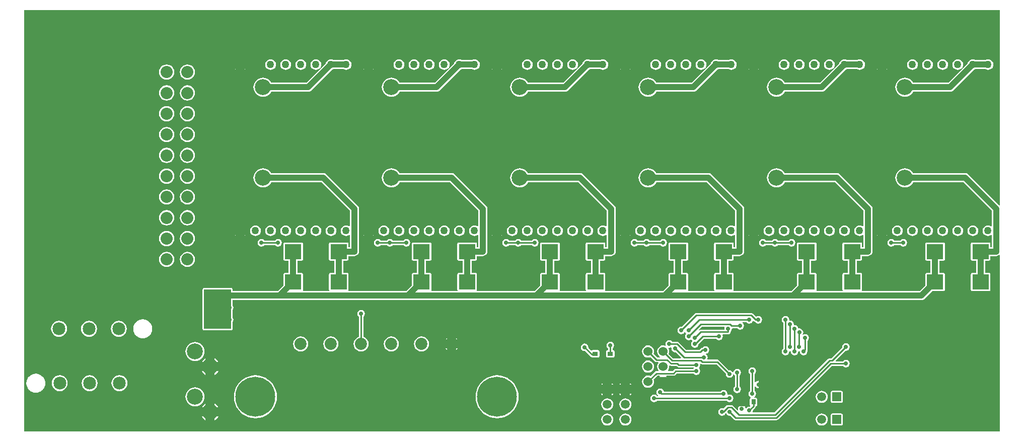
<source format=gbl>
G04 Layer_Physical_Order=2*
G04 Layer_Color=16711680*
%FSLAX24Y24*%
%MOIN*%
G70*
G01*
G75*
%ADD17C,0.0400*%
%ADD19C,0.0100*%
%ADD20C,0.0600*%
%ADD21C,0.0591*%
%ADD22R,0.0591X0.0591*%
%ADD23C,0.0799*%
%ADD24R,0.0591X0.0591*%
%ADD25C,0.1058*%
%ADD26C,0.0850*%
%ADD27C,0.0801*%
%ADD28C,0.0500*%
%ADD29R,0.0500X0.0500*%
%ADD30C,0.0290*%
%ADD31R,0.1100X0.1000*%
%ADD32R,0.0295X0.0354*%
%ADD33R,0.0354X0.0295*%
%ADD34C,0.2640*%
G36*
X64796Y15203D02*
X64746Y15182D01*
X62714Y17214D01*
X62651Y17262D01*
X62578Y17292D01*
X62500Y17303D01*
X59051D01*
X59026Y17351D01*
X58947Y17447D01*
X58851Y17526D01*
X58742Y17584D01*
X58623Y17620D01*
X58500Y17632D01*
X58377Y17620D01*
X58258Y17584D01*
X58149Y17526D01*
X58053Y17447D01*
X57974Y17351D01*
X57916Y17242D01*
X57880Y17123D01*
X57868Y17000D01*
X57880Y16877D01*
X57916Y16758D01*
X57974Y16649D01*
X58053Y16553D01*
X58149Y16474D01*
X58258Y16416D01*
X58377Y16380D01*
X58500Y16368D01*
X58623Y16380D01*
X58742Y16416D01*
X58851Y16474D01*
X58947Y16553D01*
X59026Y16649D01*
X59051Y16697D01*
X62375D01*
X64247Y14825D01*
Y13808D01*
X64203Y13786D01*
X64177Y13806D01*
X64091Y13841D01*
X64000Y13853D01*
X63909Y13841D01*
X63823Y13806D01*
X63750Y13750D01*
X63694Y13677D01*
X63659Y13591D01*
X63647Y13500D01*
X63659Y13409D01*
X63694Y13323D01*
X63750Y13250D01*
X63823Y13194D01*
X63909Y13159D01*
X64000Y13147D01*
X64091Y13159D01*
X64177Y13194D01*
X64203Y13214D01*
X64247Y13192D01*
Y12423D01*
X64172D01*
Y12620D01*
X64164Y12659D01*
X64142Y12692D01*
X64109Y12714D01*
X64070Y12722D01*
X62970D01*
X62931Y12714D01*
X62898Y12692D01*
X62876Y12659D01*
X62868Y12620D01*
Y11620D01*
X62876Y11581D01*
X62898Y11548D01*
X62931Y11526D01*
X62970Y11518D01*
X63217D01*
Y10702D01*
X62970D01*
X62931Y10694D01*
X62898Y10672D01*
X62876Y10639D01*
X62868Y10600D01*
Y9600D01*
X62876Y9561D01*
X62898Y9528D01*
X62931Y9506D01*
X62970Y9498D01*
X64070D01*
X64109Y9506D01*
X64142Y9528D01*
X64164Y9561D01*
X64172Y9600D01*
Y10600D01*
X64164Y10639D01*
X64142Y10672D01*
X64109Y10694D01*
X64070Y10702D01*
X63823D01*
Y11518D01*
X64070D01*
X64109Y11526D01*
X64142Y11548D01*
X64164Y11581D01*
X64172Y11620D01*
Y11817D01*
X64550D01*
X64628Y11828D01*
X64701Y11858D01*
X64746Y11892D01*
X64796Y11869D01*
Y204D01*
X204D01*
Y28096D01*
X64796D01*
Y15203D01*
D02*
G37*
%LPC*%
G36*
X16500Y13853D02*
X16409Y13841D01*
X16323Y13806D01*
X16250Y13750D01*
X16194Y13677D01*
X16159Y13591D01*
X16147Y13500D01*
X16159Y13409D01*
X16194Y13323D01*
X16250Y13250D01*
X16323Y13194D01*
X16409Y13159D01*
X16500Y13147D01*
X16591Y13159D01*
X16677Y13194D01*
X16750Y13250D01*
X16806Y13323D01*
X16841Y13409D01*
X16853Y13500D01*
X16841Y13591D01*
X16806Y13677D01*
X16750Y13750D01*
X16677Y13806D01*
X16591Y13841D01*
X16500Y13853D01*
D02*
G37*
G36*
X17500D02*
X17409Y13841D01*
X17323Y13806D01*
X17250Y13750D01*
X17194Y13677D01*
X17159Y13591D01*
X17147Y13500D01*
X17159Y13409D01*
X17194Y13323D01*
X17250Y13250D01*
X17323Y13194D01*
X17409Y13159D01*
X17500Y13147D01*
X17591Y13159D01*
X17677Y13194D01*
X17750Y13250D01*
X17806Y13323D01*
X17841Y13409D01*
X17853Y13500D01*
X17841Y13591D01*
X17806Y13677D01*
X17750Y13750D01*
X17677Y13806D01*
X17591Y13841D01*
X17500Y13853D01*
D02*
G37*
G36*
X51000Y12950D02*
X50904Y12931D01*
X50823Y12877D01*
X50808Y12853D01*
X50092D01*
X50077Y12877D01*
X49996Y12931D01*
X49900Y12950D01*
X49804Y12931D01*
X49723Y12877D01*
X49708Y12853D01*
X49292D01*
X49277Y12877D01*
X49196Y12931D01*
X49100Y12950D01*
X49004Y12931D01*
X48923Y12877D01*
X48869Y12796D01*
X48850Y12700D01*
X48869Y12604D01*
X48923Y12523D01*
X49004Y12469D01*
X49100Y12450D01*
X49196Y12469D01*
X49277Y12523D01*
X49292Y12547D01*
X49708D01*
X49723Y12523D01*
X49804Y12469D01*
X49900Y12450D01*
X49996Y12469D01*
X50077Y12523D01*
X50092Y12547D01*
X50808D01*
X50823Y12523D01*
X50904Y12469D01*
X51000Y12450D01*
X51096Y12469D01*
X51177Y12523D01*
X51231Y12604D01*
X51250Y12700D01*
X51231Y12796D01*
X51177Y12877D01*
X51096Y12931D01*
X51000Y12950D01*
D02*
G37*
G36*
X58400D02*
X58304Y12931D01*
X58223Y12877D01*
X58208Y12853D01*
X57792D01*
X57777Y12877D01*
X57696Y12931D01*
X57600Y12950D01*
X57504Y12931D01*
X57423Y12877D01*
X57369Y12796D01*
X57350Y12700D01*
X57369Y12604D01*
X57423Y12523D01*
X57504Y12469D01*
X57600Y12450D01*
X57696Y12469D01*
X57777Y12523D01*
X57792Y12547D01*
X58208D01*
X58223Y12523D01*
X58304Y12469D01*
X58400Y12450D01*
X58496Y12469D01*
X58577Y12523D01*
X58631Y12604D01*
X58650Y12700D01*
X58631Y12796D01*
X58577Y12877D01*
X58496Y12931D01*
X58400Y12950D01*
D02*
G37*
G36*
X15500Y13853D02*
X15409Y13841D01*
X15323Y13806D01*
X15250Y13750D01*
X15194Y13677D01*
X15159Y13591D01*
X15147Y13500D01*
X15159Y13409D01*
X15194Y13323D01*
X15250Y13250D01*
X15323Y13194D01*
X15409Y13159D01*
X15500Y13147D01*
X15591Y13159D01*
X15677Y13194D01*
X15750Y13250D01*
X15806Y13323D01*
X15841Y13409D01*
X15853Y13500D01*
X15841Y13591D01*
X15806Y13677D01*
X15750Y13750D01*
X15677Y13806D01*
X15591Y13841D01*
X15500Y13853D01*
D02*
G37*
G36*
X18500D02*
X18409Y13841D01*
X18323Y13806D01*
X18250Y13750D01*
X18194Y13677D01*
X18159Y13591D01*
X18147Y13500D01*
X18159Y13409D01*
X18194Y13323D01*
X18250Y13250D01*
X18323Y13194D01*
X18409Y13159D01*
X18500Y13147D01*
X18591Y13159D01*
X18677Y13194D01*
X18750Y13250D01*
X18806Y13323D01*
X18841Y13409D01*
X18853Y13500D01*
X18841Y13591D01*
X18806Y13677D01*
X18750Y13750D01*
X18677Y13806D01*
X18591Y13841D01*
X18500Y13853D01*
D02*
G37*
G36*
X25000D02*
X24909Y13841D01*
X24823Y13806D01*
X24750Y13750D01*
X24694Y13677D01*
X24659Y13591D01*
X24647Y13500D01*
X24659Y13409D01*
X24694Y13323D01*
X24750Y13250D01*
X24823Y13194D01*
X24909Y13159D01*
X25000Y13147D01*
X25091Y13159D01*
X25177Y13194D01*
X25250Y13250D01*
X25306Y13323D01*
X25341Y13409D01*
X25353Y13500D01*
X25341Y13591D01*
X25306Y13677D01*
X25250Y13750D01*
X25177Y13806D01*
X25091Y13841D01*
X25000Y13853D01*
D02*
G37*
G36*
X26000D02*
X25909Y13841D01*
X25823Y13806D01*
X25750Y13750D01*
X25694Y13677D01*
X25659Y13591D01*
X25647Y13500D01*
X25659Y13409D01*
X25694Y13323D01*
X25750Y13250D01*
X25823Y13194D01*
X25909Y13159D01*
X26000Y13147D01*
X26091Y13159D01*
X26177Y13194D01*
X26250Y13250D01*
X26306Y13323D01*
X26341Y13409D01*
X26353Y13500D01*
X26341Y13591D01*
X26306Y13677D01*
X26250Y13750D01*
X26177Y13806D01*
X26091Y13841D01*
X26000Y13853D01*
D02*
G37*
G36*
X24000D02*
X23909Y13841D01*
X23823Y13806D01*
X23750Y13750D01*
X23694Y13677D01*
X23659Y13591D01*
X23647Y13500D01*
X23659Y13409D01*
X23694Y13323D01*
X23750Y13250D01*
X23823Y13194D01*
X23909Y13159D01*
X24000Y13147D01*
X24091Y13159D01*
X24177Y13194D01*
X24250Y13250D01*
X24306Y13323D01*
X24341Y13409D01*
X24353Y13500D01*
X24341Y13591D01*
X24306Y13677D01*
X24250Y13750D01*
X24177Y13806D01*
X24091Y13841D01*
X24000Y13853D01*
D02*
G37*
G36*
X19500D02*
X19409Y13841D01*
X19323Y13806D01*
X19250Y13750D01*
X19194Y13677D01*
X19159Y13591D01*
X19147Y13500D01*
X19159Y13409D01*
X19194Y13323D01*
X19250Y13250D01*
X19323Y13194D01*
X19409Y13159D01*
X19500Y13147D01*
X19591Y13159D01*
X19677Y13194D01*
X19750Y13250D01*
X19806Y13323D01*
X19841Y13409D01*
X19853Y13500D01*
X19841Y13591D01*
X19806Y13677D01*
X19750Y13750D01*
X19677Y13806D01*
X19591Y13841D01*
X19500Y13853D01*
D02*
G37*
G36*
X20500D02*
X20409Y13841D01*
X20323Y13806D01*
X20250Y13750D01*
X20194Y13677D01*
X20159Y13591D01*
X20147Y13500D01*
X20159Y13409D01*
X20194Y13323D01*
X20250Y13250D01*
X20323Y13194D01*
X20409Y13159D01*
X20500Y13147D01*
X20591Y13159D01*
X20677Y13194D01*
X20750Y13250D01*
X20806Y13323D01*
X20841Y13409D01*
X20853Y13500D01*
X20841Y13591D01*
X20806Y13677D01*
X20750Y13750D01*
X20677Y13806D01*
X20591Y13841D01*
X20500Y13853D01*
D02*
G37*
G36*
X8040Y7631D02*
X8033Y7630D01*
X8027Y7631D01*
X7890Y7613D01*
X7877Y7608D01*
X7864Y7606D01*
X7736Y7553D01*
X7725Y7545D01*
X7713Y7539D01*
X7603Y7455D01*
X7595Y7445D01*
X7585Y7437D01*
X7501Y7327D01*
X7495Y7315D01*
X7487Y7304D01*
X7434Y7176D01*
X7432Y7163D01*
X7427Y7150D01*
X7409Y7013D01*
X7410Y7000D01*
X7409Y6987D01*
X7427Y6850D01*
X7432Y6837D01*
X7434Y6824D01*
X7487Y6696D01*
X7495Y6685D01*
X7501Y6673D01*
X7585Y6564D01*
X7595Y6555D01*
X7603Y6545D01*
X7713Y6461D01*
X7725Y6455D01*
X7736Y6447D01*
X7864Y6394D01*
X7877Y6392D01*
X7890Y6387D01*
X8027Y6369D01*
X8033Y6370D01*
X8040Y6369D01*
X8047Y6370D01*
X8053Y6369D01*
X8190Y6387D01*
X8203Y6392D01*
X8216Y6394D01*
X8344Y6447D01*
X8355Y6455D01*
X8367Y6461D01*
X8476Y6545D01*
X8485Y6555D01*
X8495Y6564D01*
X8579Y6673D01*
X8585Y6685D01*
X8593Y6696D01*
X8646Y6824D01*
X8648Y6837D01*
X8653Y6850D01*
X8671Y6987D01*
X8670Y7000D01*
X8671Y7013D01*
X8653Y7150D01*
X8648Y7163D01*
X8646Y7176D01*
X8593Y7304D01*
X8585Y7315D01*
X8579Y7327D01*
X8495Y7437D01*
X8485Y7445D01*
X8476Y7455D01*
X8367Y7539D01*
X8355Y7545D01*
X8344Y7553D01*
X8216Y7606D01*
X8203Y7608D01*
X8190Y7613D01*
X8053Y7631D01*
X8047Y7630D01*
X8040Y7631D01*
D02*
G37*
G36*
X9622Y12103D02*
X9491Y12086D01*
X9370Y12036D01*
X9265Y11955D01*
X9185Y11851D01*
X9134Y11729D01*
X9117Y11598D01*
X9134Y11468D01*
X9185Y11346D01*
X9265Y11241D01*
X9370Y11161D01*
X9491Y11111D01*
X9622Y11094D01*
X9753Y11111D01*
X9875Y11161D01*
X9979Y11241D01*
X10059Y11346D01*
X10110Y11468D01*
X10127Y11598D01*
X10110Y11729D01*
X10059Y11851D01*
X9979Y11955D01*
X9875Y12036D01*
X9753Y12086D01*
X9622Y12103D01*
D02*
G37*
G36*
X11000D02*
X10869Y12086D01*
X10748Y12036D01*
X10643Y11955D01*
X10563Y11851D01*
X10512Y11729D01*
X10495Y11598D01*
X10512Y11468D01*
X10563Y11346D01*
X10643Y11241D01*
X10748Y11161D01*
X10869Y11111D01*
X11000Y11094D01*
X11131Y11111D01*
X11252Y11161D01*
X11357Y11241D01*
X11437Y11346D01*
X11488Y11468D01*
X11505Y11598D01*
X11488Y11729D01*
X11437Y11851D01*
X11357Y11955D01*
X11252Y12036D01*
X11131Y12086D01*
X11000Y12103D01*
D02*
G37*
G36*
X4480Y7530D02*
X4343Y7511D01*
X4215Y7459D01*
X4106Y7374D01*
X4021Y7265D01*
X3969Y7137D01*
X3950Y7000D01*
X3969Y6863D01*
X4021Y6735D01*
X4106Y6626D01*
X4215Y6541D01*
X4343Y6489D01*
X4480Y6470D01*
X4617Y6489D01*
X4745Y6541D01*
X4854Y6626D01*
X4939Y6735D01*
X4991Y6863D01*
X5010Y7000D01*
X4991Y7137D01*
X4939Y7265D01*
X4854Y7374D01*
X4745Y7459D01*
X4617Y7511D01*
X4480Y7530D01*
D02*
G37*
G36*
X6460D02*
X6323Y7511D01*
X6195Y7459D01*
X6086Y7374D01*
X6001Y7265D01*
X5949Y7137D01*
X5930Y7000D01*
X5949Y6863D01*
X6001Y6735D01*
X6086Y6626D01*
X6195Y6541D01*
X6323Y6489D01*
X6460Y6470D01*
X6597Y6489D01*
X6725Y6541D01*
X6834Y6626D01*
X6919Y6735D01*
X6971Y6863D01*
X6990Y7000D01*
X6971Y7137D01*
X6919Y7265D01*
X6834Y7374D01*
X6725Y7459D01*
X6597Y7511D01*
X6460Y7530D01*
D02*
G37*
G36*
X48322Y8048D02*
X44695D01*
X44636Y8036D01*
X44587Y8003D01*
X43728Y7144D01*
X43700Y7150D01*
X43604Y7131D01*
X43523Y7077D01*
X43469Y6996D01*
X43450Y6900D01*
X43469Y6804D01*
X43523Y6723D01*
X43604Y6669D01*
X43700Y6650D01*
X43796Y6669D01*
X43877Y6723D01*
X43903Y6763D01*
X43963D01*
X43996Y6713D01*
X43996Y6713D01*
X43997Y6713D01*
X44023Y6677D01*
X43969Y6596D01*
X43950Y6500D01*
X43969Y6404D01*
X44023Y6323D01*
X44104Y6269D01*
X44200Y6250D01*
X44296Y6269D01*
X44356Y6310D01*
X44369Y6304D01*
X44423Y6223D01*
Y6177D01*
X44369Y6096D01*
X44350Y6000D01*
X44369Y5904D01*
X44423Y5823D01*
X44504Y5769D01*
X44600Y5750D01*
X44696Y5769D01*
X44777Y5823D01*
X44831Y5904D01*
X44850Y6000D01*
X44847Y6014D01*
X45181Y6347D01*
X46008D01*
X46023Y6323D01*
X46104Y6269D01*
X46200Y6250D01*
X46296Y6269D01*
X46377Y6323D01*
X46431Y6404D01*
X46450Y6500D01*
X46431Y6592D01*
X46432Y6603D01*
X46453Y6642D01*
X46795D01*
X46854Y6654D01*
X46903Y6687D01*
X46908Y6692D01*
X46941Y6741D01*
X46953Y6800D01*
Y6808D01*
X46977Y6823D01*
X47031Y6904D01*
X47050Y7000D01*
X47048Y7008D01*
X47080Y7047D01*
X47408D01*
X47423Y7023D01*
X47504Y6969D01*
X47600Y6950D01*
X47696Y6969D01*
X47777Y7023D01*
X47831Y7104D01*
X47850Y7200D01*
X47831Y7296D01*
X47777Y7377D01*
X47746Y7397D01*
X47761Y7447D01*
X48008D01*
X48023Y7423D01*
X48104Y7369D01*
X48200Y7350D01*
X48296Y7369D01*
X48377Y7423D01*
X48429Y7501D01*
X48437Y7509D01*
X48479Y7522D01*
X48509Y7492D01*
X48559Y7459D01*
X48606Y7449D01*
X48623Y7423D01*
X48704Y7369D01*
X48800Y7350D01*
X48896Y7369D01*
X48977Y7423D01*
X49031Y7504D01*
X49050Y7600D01*
X49031Y7696D01*
X48977Y7777D01*
X48896Y7831D01*
X48800Y7850D01*
X48704Y7831D01*
X48643Y7790D01*
X48430Y8003D01*
X48381Y8036D01*
X48322Y8048D01*
D02*
G37*
G36*
X25500Y12950D02*
X25404Y12931D01*
X25323Y12877D01*
X25308Y12853D01*
X24592D01*
X24577Y12877D01*
X24496Y12931D01*
X24400Y12950D01*
X24304Y12931D01*
X24223Y12877D01*
X24208Y12853D01*
X23792D01*
X23777Y12877D01*
X23696Y12931D01*
X23600Y12950D01*
X23504Y12931D01*
X23423Y12877D01*
X23369Y12796D01*
X23350Y12700D01*
X23369Y12604D01*
X23423Y12523D01*
X23504Y12469D01*
X23600Y12450D01*
X23696Y12469D01*
X23777Y12523D01*
X23792Y12547D01*
X24208D01*
X24223Y12523D01*
X24304Y12469D01*
X24400Y12450D01*
X24496Y12469D01*
X24577Y12523D01*
X24592Y12547D01*
X25308D01*
X25323Y12523D01*
X25404Y12469D01*
X25500Y12450D01*
X25596Y12469D01*
X25677Y12523D01*
X25731Y12604D01*
X25750Y12700D01*
X25731Y12796D01*
X25677Y12877D01*
X25596Y12931D01*
X25500Y12950D01*
D02*
G37*
G36*
X34000D02*
X33904Y12931D01*
X33823Y12877D01*
X33808Y12853D01*
X33092D01*
X33077Y12877D01*
X32996Y12931D01*
X32900Y12950D01*
X32804Y12931D01*
X32723Y12877D01*
X32708Y12853D01*
X32292D01*
X32277Y12877D01*
X32196Y12931D01*
X32100Y12950D01*
X32004Y12931D01*
X31923Y12877D01*
X31869Y12796D01*
X31850Y12700D01*
X31869Y12604D01*
X31923Y12523D01*
X32004Y12469D01*
X32100Y12450D01*
X32196Y12469D01*
X32277Y12523D01*
X32292Y12547D01*
X32708D01*
X32723Y12523D01*
X32804Y12469D01*
X32900Y12450D01*
X32996Y12469D01*
X33077Y12523D01*
X33092Y12547D01*
X33808D01*
X33823Y12523D01*
X33904Y12469D01*
X34000Y12450D01*
X34096Y12469D01*
X34177Y12523D01*
X34231Y12604D01*
X34250Y12700D01*
X34231Y12796D01*
X34177Y12877D01*
X34096Y12931D01*
X34000Y12950D01*
D02*
G37*
G36*
X42500D02*
X42404Y12931D01*
X42323Y12877D01*
X42308Y12853D01*
X41592D01*
X41577Y12877D01*
X41496Y12931D01*
X41400Y12950D01*
X41304Y12931D01*
X41223Y12877D01*
X41208Y12853D01*
X40792D01*
X40777Y12877D01*
X40696Y12931D01*
X40600Y12950D01*
X40504Y12931D01*
X40423Y12877D01*
X40369Y12796D01*
X40350Y12700D01*
X40369Y12604D01*
X40423Y12523D01*
X40504Y12469D01*
X40600Y12450D01*
X40696Y12469D01*
X40777Y12523D01*
X40792Y12547D01*
X41208D01*
X41223Y12523D01*
X41304Y12469D01*
X41400Y12450D01*
X41496Y12469D01*
X41577Y12523D01*
X41592Y12547D01*
X42308D01*
X42323Y12523D01*
X42404Y12469D01*
X42500Y12450D01*
X42596Y12469D01*
X42677Y12523D01*
X42731Y12604D01*
X42750Y12700D01*
X42731Y12796D01*
X42677Y12877D01*
X42596Y12931D01*
X42500Y12950D01*
D02*
G37*
G36*
X9622Y13481D02*
X9491Y13464D01*
X9370Y13414D01*
X9265Y13333D01*
X9185Y13229D01*
X9134Y13107D01*
X9117Y12976D01*
X9134Y12846D01*
X9185Y12724D01*
X9265Y12619D01*
X9370Y12539D01*
X9491Y12489D01*
X9622Y12471D01*
X9753Y12489D01*
X9875Y12539D01*
X9979Y12619D01*
X10059Y12724D01*
X10110Y12846D01*
X10127Y12976D01*
X10110Y13107D01*
X10059Y13229D01*
X9979Y13333D01*
X9875Y13414D01*
X9753Y13464D01*
X9622Y13481D01*
D02*
G37*
G36*
X11000D02*
X10869Y13464D01*
X10748Y13414D01*
X10643Y13333D01*
X10563Y13229D01*
X10512Y13107D01*
X10495Y12976D01*
X10512Y12846D01*
X10563Y12724D01*
X10643Y12619D01*
X10748Y12539D01*
X10869Y12489D01*
X11000Y12471D01*
X11131Y12489D01*
X11252Y12539D01*
X11357Y12619D01*
X11437Y12724D01*
X11488Y12846D01*
X11505Y12976D01*
X11488Y13107D01*
X11437Y13229D01*
X11357Y13333D01*
X11252Y13414D01*
X11131Y13464D01*
X11000Y13481D01*
D02*
G37*
G36*
X17000Y12950D02*
X16904Y12931D01*
X16823Y12877D01*
X16808Y12853D01*
X16092D01*
X16077Y12877D01*
X15996Y12931D01*
X15900Y12950D01*
X15804Y12931D01*
X15723Y12877D01*
X15669Y12796D01*
X15650Y12700D01*
X15669Y12604D01*
X15723Y12523D01*
X15804Y12469D01*
X15900Y12450D01*
X15996Y12469D01*
X16077Y12523D01*
X16092Y12547D01*
X16808D01*
X16823Y12523D01*
X16904Y12469D01*
X17000Y12450D01*
X17096Y12469D01*
X17177Y12523D01*
X17231Y12604D01*
X17250Y12700D01*
X17231Y12796D01*
X17177Y12877D01*
X17096Y12931D01*
X17000Y12950D01*
D02*
G37*
G36*
X27000Y13853D02*
X26909Y13841D01*
X26823Y13806D01*
X26750Y13750D01*
X26694Y13677D01*
X26659Y13591D01*
X26647Y13500D01*
X26659Y13409D01*
X26694Y13323D01*
X26750Y13250D01*
X26823Y13194D01*
X26909Y13159D01*
X27000Y13147D01*
X27091Y13159D01*
X27177Y13194D01*
X27250Y13250D01*
X27306Y13323D01*
X27341Y13409D01*
X27353Y13500D01*
X27341Y13591D01*
X27306Y13677D01*
X27250Y13750D01*
X27177Y13806D01*
X27091Y13841D01*
X27000Y13853D01*
D02*
G37*
G36*
X50500D02*
X50409Y13841D01*
X50323Y13806D01*
X50250Y13750D01*
X50194Y13677D01*
X50159Y13591D01*
X50147Y13500D01*
X50159Y13409D01*
X50194Y13323D01*
X50250Y13250D01*
X50323Y13194D01*
X50409Y13159D01*
X50500Y13147D01*
X50591Y13159D01*
X50677Y13194D01*
X50750Y13250D01*
X50806Y13323D01*
X50841Y13409D01*
X50853Y13500D01*
X50841Y13591D01*
X50806Y13677D01*
X50750Y13750D01*
X50677Y13806D01*
X50591Y13841D01*
X50500Y13853D01*
D02*
G37*
G36*
X51500D02*
X51409Y13841D01*
X51323Y13806D01*
X51250Y13750D01*
X51194Y13677D01*
X51159Y13591D01*
X51147Y13500D01*
X51159Y13409D01*
X51194Y13323D01*
X51250Y13250D01*
X51323Y13194D01*
X51409Y13159D01*
X51500Y13147D01*
X51591Y13159D01*
X51677Y13194D01*
X51750Y13250D01*
X51806Y13323D01*
X51841Y13409D01*
X51853Y13500D01*
X51841Y13591D01*
X51806Y13677D01*
X51750Y13750D01*
X51677Y13806D01*
X51591Y13841D01*
X51500Y13853D01*
D02*
G37*
G36*
X52500D02*
X52409Y13841D01*
X52323Y13806D01*
X52250Y13750D01*
X52194Y13677D01*
X52159Y13591D01*
X52147Y13500D01*
X52159Y13409D01*
X52194Y13323D01*
X52250Y13250D01*
X52323Y13194D01*
X52409Y13159D01*
X52500Y13147D01*
X52591Y13159D01*
X52677Y13194D01*
X52750Y13250D01*
X52806Y13323D01*
X52841Y13409D01*
X52853Y13500D01*
X52841Y13591D01*
X52806Y13677D01*
X52750Y13750D01*
X52677Y13806D01*
X52591Y13841D01*
X52500Y13853D01*
D02*
G37*
G36*
X45000D02*
X44909Y13841D01*
X44823Y13806D01*
X44750Y13750D01*
X44694Y13677D01*
X44659Y13591D01*
X44647Y13500D01*
X44659Y13409D01*
X44694Y13323D01*
X44750Y13250D01*
X44823Y13194D01*
X44909Y13159D01*
X45000Y13147D01*
X45091Y13159D01*
X45177Y13194D01*
X45250Y13250D01*
X45306Y13323D01*
X45341Y13409D01*
X45353Y13500D01*
X45341Y13591D01*
X45306Y13677D01*
X45250Y13750D01*
X45177Y13806D01*
X45091Y13841D01*
X45000Y13853D01*
D02*
G37*
G36*
X46000D02*
X45909Y13841D01*
X45823Y13806D01*
X45750Y13750D01*
X45694Y13677D01*
X45659Y13591D01*
X45647Y13500D01*
X45659Y13409D01*
X45694Y13323D01*
X45750Y13250D01*
X45823Y13194D01*
X45909Y13159D01*
X46000Y13147D01*
X46091Y13159D01*
X46177Y13194D01*
X46250Y13250D01*
X46306Y13323D01*
X46341Y13409D01*
X46353Y13500D01*
X46341Y13591D01*
X46306Y13677D01*
X46250Y13750D01*
X46177Y13806D01*
X46091Y13841D01*
X46000Y13853D01*
D02*
G37*
G36*
X49500D02*
X49409Y13841D01*
X49323Y13806D01*
X49250Y13750D01*
X49194Y13677D01*
X49159Y13591D01*
X49147Y13500D01*
X49159Y13409D01*
X49194Y13323D01*
X49250Y13250D01*
X49323Y13194D01*
X49409Y13159D01*
X49500Y13147D01*
X49591Y13159D01*
X49677Y13194D01*
X49750Y13250D01*
X49806Y13323D01*
X49841Y13409D01*
X49853Y13500D01*
X49841Y13591D01*
X49806Y13677D01*
X49750Y13750D01*
X49677Y13806D01*
X49591Y13841D01*
X49500Y13853D01*
D02*
G37*
G36*
X59000D02*
X58909Y13841D01*
X58823Y13806D01*
X58750Y13750D01*
X58694Y13677D01*
X58659Y13591D01*
X58647Y13500D01*
X58659Y13409D01*
X58694Y13323D01*
X58750Y13250D01*
X58823Y13194D01*
X58909Y13159D01*
X59000Y13147D01*
X59091Y13159D01*
X59177Y13194D01*
X59250Y13250D01*
X59306Y13323D01*
X59341Y13409D01*
X59353Y13500D01*
X59341Y13591D01*
X59306Y13677D01*
X59250Y13750D01*
X59177Y13806D01*
X59091Y13841D01*
X59000Y13853D01*
D02*
G37*
G36*
X60000D02*
X59909Y13841D01*
X59823Y13806D01*
X59750Y13750D01*
X59694Y13677D01*
X59659Y13591D01*
X59647Y13500D01*
X59659Y13409D01*
X59694Y13323D01*
X59750Y13250D01*
X59823Y13194D01*
X59909Y13159D01*
X60000Y13147D01*
X60091Y13159D01*
X60177Y13194D01*
X60250Y13250D01*
X60306Y13323D01*
X60341Y13409D01*
X60353Y13500D01*
X60341Y13591D01*
X60306Y13677D01*
X60250Y13750D01*
X60177Y13806D01*
X60091Y13841D01*
X60000Y13853D01*
D02*
G37*
G36*
X61000D02*
X60909Y13841D01*
X60823Y13806D01*
X60750Y13750D01*
X60694Y13677D01*
X60659Y13591D01*
X60647Y13500D01*
X60659Y13409D01*
X60694Y13323D01*
X60750Y13250D01*
X60823Y13194D01*
X60909Y13159D01*
X61000Y13147D01*
X61091Y13159D01*
X61177Y13194D01*
X61250Y13250D01*
X61306Y13323D01*
X61341Y13409D01*
X61353Y13500D01*
X61341Y13591D01*
X61306Y13677D01*
X61250Y13750D01*
X61177Y13806D01*
X61091Y13841D01*
X61000Y13853D01*
D02*
G37*
G36*
X53500D02*
X53409Y13841D01*
X53323Y13806D01*
X53250Y13750D01*
X53194Y13677D01*
X53159Y13591D01*
X53147Y13500D01*
X53159Y13409D01*
X53194Y13323D01*
X53250Y13250D01*
X53323Y13194D01*
X53409Y13159D01*
X53500Y13147D01*
X53591Y13159D01*
X53677Y13194D01*
X53750Y13250D01*
X53806Y13323D01*
X53841Y13409D01*
X53853Y13500D01*
X53841Y13591D01*
X53806Y13677D01*
X53750Y13750D01*
X53677Y13806D01*
X53591Y13841D01*
X53500Y13853D01*
D02*
G37*
G36*
X54500D02*
X54409Y13841D01*
X54323Y13806D01*
X54250Y13750D01*
X54194Y13677D01*
X54159Y13591D01*
X54147Y13500D01*
X54159Y13409D01*
X54194Y13323D01*
X54250Y13250D01*
X54323Y13194D01*
X54409Y13159D01*
X54500Y13147D01*
X54591Y13159D01*
X54677Y13194D01*
X54750Y13250D01*
X54806Y13323D01*
X54841Y13409D01*
X54853Y13500D01*
X54841Y13591D01*
X54806Y13677D01*
X54750Y13750D01*
X54677Y13806D01*
X54591Y13841D01*
X54500Y13853D01*
D02*
G37*
G36*
X58000D02*
X57909Y13841D01*
X57823Y13806D01*
X57750Y13750D01*
X57694Y13677D01*
X57659Y13591D01*
X57647Y13500D01*
X57659Y13409D01*
X57694Y13323D01*
X57750Y13250D01*
X57823Y13194D01*
X57909Y13159D01*
X58000Y13147D01*
X58091Y13159D01*
X58177Y13194D01*
X58250Y13250D01*
X58306Y13323D01*
X58341Y13409D01*
X58353Y13500D01*
X58341Y13591D01*
X58306Y13677D01*
X58250Y13750D01*
X58177Y13806D01*
X58091Y13841D01*
X58000Y13853D01*
D02*
G37*
G36*
X33500D02*
X33409Y13841D01*
X33323Y13806D01*
X33250Y13750D01*
X33194Y13677D01*
X33159Y13591D01*
X33147Y13500D01*
X33159Y13409D01*
X33194Y13323D01*
X33250Y13250D01*
X33323Y13194D01*
X33409Y13159D01*
X33500Y13147D01*
X33591Y13159D01*
X33677Y13194D01*
X33750Y13250D01*
X33806Y13323D01*
X33841Y13409D01*
X33853Y13500D01*
X33841Y13591D01*
X33806Y13677D01*
X33750Y13750D01*
X33677Y13806D01*
X33591Y13841D01*
X33500Y13853D01*
D02*
G37*
G36*
X34500D02*
X34409Y13841D01*
X34323Y13806D01*
X34250Y13750D01*
X34194Y13677D01*
X34159Y13591D01*
X34147Y13500D01*
X34159Y13409D01*
X34194Y13323D01*
X34250Y13250D01*
X34323Y13194D01*
X34409Y13159D01*
X34500Y13147D01*
X34591Y13159D01*
X34677Y13194D01*
X34750Y13250D01*
X34806Y13323D01*
X34841Y13409D01*
X34853Y13500D01*
X34841Y13591D01*
X34806Y13677D01*
X34750Y13750D01*
X34677Y13806D01*
X34591Y13841D01*
X34500Y13853D01*
D02*
G37*
G36*
X35500D02*
X35409Y13841D01*
X35323Y13806D01*
X35250Y13750D01*
X35194Y13677D01*
X35159Y13591D01*
X35147Y13500D01*
X35159Y13409D01*
X35194Y13323D01*
X35250Y13250D01*
X35323Y13194D01*
X35409Y13159D01*
X35500Y13147D01*
X35591Y13159D01*
X35677Y13194D01*
X35750Y13250D01*
X35806Y13323D01*
X35841Y13409D01*
X35853Y13500D01*
X35841Y13591D01*
X35806Y13677D01*
X35750Y13750D01*
X35677Y13806D01*
X35591Y13841D01*
X35500Y13853D01*
D02*
G37*
G36*
X28000D02*
X27909Y13841D01*
X27823Y13806D01*
X27750Y13750D01*
X27694Y13677D01*
X27659Y13591D01*
X27647Y13500D01*
X27659Y13409D01*
X27694Y13323D01*
X27750Y13250D01*
X27823Y13194D01*
X27909Y13159D01*
X28000Y13147D01*
X28091Y13159D01*
X28177Y13194D01*
X28250Y13250D01*
X28306Y13323D01*
X28341Y13409D01*
X28353Y13500D01*
X28341Y13591D01*
X28306Y13677D01*
X28250Y13750D01*
X28177Y13806D01*
X28091Y13841D01*
X28000Y13853D01*
D02*
G37*
G36*
X29000D02*
X28909Y13841D01*
X28823Y13806D01*
X28750Y13750D01*
X28694Y13677D01*
X28659Y13591D01*
X28647Y13500D01*
X28659Y13409D01*
X28694Y13323D01*
X28750Y13250D01*
X28823Y13194D01*
X28909Y13159D01*
X29000Y13147D01*
X29091Y13159D01*
X29177Y13194D01*
X29250Y13250D01*
X29306Y13323D01*
X29341Y13409D01*
X29353Y13500D01*
X29341Y13591D01*
X29306Y13677D01*
X29250Y13750D01*
X29177Y13806D01*
X29091Y13841D01*
X29000Y13853D01*
D02*
G37*
G36*
X32500D02*
X32409Y13841D01*
X32323Y13806D01*
X32250Y13750D01*
X32194Y13677D01*
X32159Y13591D01*
X32147Y13500D01*
X32159Y13409D01*
X32194Y13323D01*
X32250Y13250D01*
X32323Y13194D01*
X32409Y13159D01*
X32500Y13147D01*
X32591Y13159D01*
X32677Y13194D01*
X32750Y13250D01*
X32806Y13323D01*
X32841Y13409D01*
X32853Y13500D01*
X32841Y13591D01*
X32806Y13677D01*
X32750Y13750D01*
X32677Y13806D01*
X32591Y13841D01*
X32500Y13853D01*
D02*
G37*
G36*
X42000D02*
X41909Y13841D01*
X41823Y13806D01*
X41750Y13750D01*
X41694Y13677D01*
X41659Y13591D01*
X41647Y13500D01*
X41659Y13409D01*
X41694Y13323D01*
X41750Y13250D01*
X41823Y13194D01*
X41909Y13159D01*
X42000Y13147D01*
X42091Y13159D01*
X42177Y13194D01*
X42250Y13250D01*
X42306Y13323D01*
X42341Y13409D01*
X42353Y13500D01*
X42341Y13591D01*
X42306Y13677D01*
X42250Y13750D01*
X42177Y13806D01*
X42091Y13841D01*
X42000Y13853D01*
D02*
G37*
G36*
X43000D02*
X42909Y13841D01*
X42823Y13806D01*
X42750Y13750D01*
X42694Y13677D01*
X42659Y13591D01*
X42647Y13500D01*
X42659Y13409D01*
X42694Y13323D01*
X42750Y13250D01*
X42823Y13194D01*
X42909Y13159D01*
X43000Y13147D01*
X43091Y13159D01*
X43177Y13194D01*
X43250Y13250D01*
X43306Y13323D01*
X43341Y13409D01*
X43353Y13500D01*
X43341Y13591D01*
X43306Y13677D01*
X43250Y13750D01*
X43177Y13806D01*
X43091Y13841D01*
X43000Y13853D01*
D02*
G37*
G36*
X44000D02*
X43909Y13841D01*
X43823Y13806D01*
X43750Y13750D01*
X43694Y13677D01*
X43659Y13591D01*
X43647Y13500D01*
X43659Y13409D01*
X43694Y13323D01*
X43750Y13250D01*
X43823Y13194D01*
X43909Y13159D01*
X44000Y13147D01*
X44091Y13159D01*
X44177Y13194D01*
X44250Y13250D01*
X44306Y13323D01*
X44341Y13409D01*
X44353Y13500D01*
X44341Y13591D01*
X44306Y13677D01*
X44250Y13750D01*
X44177Y13806D01*
X44091Y13841D01*
X44000Y13853D01*
D02*
G37*
G36*
X36500D02*
X36409Y13841D01*
X36323Y13806D01*
X36250Y13750D01*
X36194Y13677D01*
X36159Y13591D01*
X36147Y13500D01*
X36159Y13409D01*
X36194Y13323D01*
X36250Y13250D01*
X36323Y13194D01*
X36409Y13159D01*
X36500Y13147D01*
X36591Y13159D01*
X36677Y13194D01*
X36750Y13250D01*
X36806Y13323D01*
X36841Y13409D01*
X36853Y13500D01*
X36841Y13591D01*
X36806Y13677D01*
X36750Y13750D01*
X36677Y13806D01*
X36591Y13841D01*
X36500Y13853D01*
D02*
G37*
G36*
X37500D02*
X37409Y13841D01*
X37323Y13806D01*
X37250Y13750D01*
X37194Y13677D01*
X37159Y13591D01*
X37147Y13500D01*
X37159Y13409D01*
X37194Y13323D01*
X37250Y13250D01*
X37323Y13194D01*
X37409Y13159D01*
X37500Y13147D01*
X37591Y13159D01*
X37677Y13194D01*
X37750Y13250D01*
X37806Y13323D01*
X37841Y13409D01*
X37853Y13500D01*
X37841Y13591D01*
X37806Y13677D01*
X37750Y13750D01*
X37677Y13806D01*
X37591Y13841D01*
X37500Y13853D01*
D02*
G37*
G36*
X41000D02*
X40909Y13841D01*
X40823Y13806D01*
X40750Y13750D01*
X40694Y13677D01*
X40659Y13591D01*
X40647Y13500D01*
X40659Y13409D01*
X40694Y13323D01*
X40750Y13250D01*
X40823Y13194D01*
X40909Y13159D01*
X41000Y13147D01*
X41091Y13159D01*
X41177Y13194D01*
X41250Y13250D01*
X41306Y13323D01*
X41341Y13409D01*
X41353Y13500D01*
X41341Y13591D01*
X41306Y13677D01*
X41250Y13750D01*
X41177Y13806D01*
X41091Y13841D01*
X41000Y13853D01*
D02*
G37*
G36*
X42300Y3050D02*
X42204Y3031D01*
X42123Y2977D01*
X42069Y2896D01*
X42050Y2800D01*
X42069Y2704D01*
X42123Y2623D01*
X42154Y2603D01*
X42139Y2555D01*
X42092Y2553D01*
X42077Y2577D01*
X41996Y2631D01*
X41900Y2650D01*
X41804Y2631D01*
X41723Y2577D01*
X41669Y2496D01*
X41650Y2400D01*
X41669Y2304D01*
X41723Y2223D01*
X41804Y2169D01*
X41900Y2150D01*
X41996Y2169D01*
X42077Y2223D01*
X42092Y2247D01*
X46708D01*
X46723Y2223D01*
X46804Y2169D01*
X46900Y2150D01*
X46996Y2169D01*
X47077Y2223D01*
X47131Y2304D01*
X47150Y2400D01*
X47131Y2496D01*
X47077Y2577D01*
X46996Y2631D01*
X46900Y2650D01*
X46804Y2631D01*
X46784Y2617D01*
X46739Y2647D01*
X46750Y2700D01*
X46731Y2796D01*
X46677Y2877D01*
X46596Y2931D01*
X46500Y2950D01*
X46404Y2931D01*
X46323Y2877D01*
X46308Y2853D01*
X42539D01*
X42531Y2896D01*
X42477Y2977D01*
X42396Y3031D01*
X42300Y3050D01*
D02*
G37*
G36*
X38500Y2700D02*
X38404D01*
X38411Y2666D01*
X38433Y2633D01*
X38466Y2611D01*
X38500Y2604D01*
Y2700D01*
D02*
G37*
G36*
X39700D02*
X39604D01*
X39611Y2666D01*
X39633Y2633D01*
X39666Y2611D01*
X39700Y2604D01*
Y2700D01*
D02*
G37*
G36*
X11500Y3132D02*
X11377Y3120D01*
X11258Y3084D01*
X11149Y3026D01*
X11053Y2947D01*
X10974Y2851D01*
X10916Y2742D01*
X10880Y2623D01*
X10868Y2500D01*
X10880Y2377D01*
X10916Y2258D01*
X10974Y2149D01*
X11053Y2053D01*
X11149Y1974D01*
X11258Y1916D01*
X11377Y1880D01*
X11500Y1868D01*
X11623Y1880D01*
X11742Y1916D01*
X11851Y1974D01*
X11947Y2053D01*
X12026Y2149D01*
X12084Y2258D01*
X12120Y2377D01*
X12132Y2500D01*
X12120Y2623D01*
X12084Y2742D01*
X12026Y2851D01*
X11947Y2947D01*
X11851Y3026D01*
X11742Y3084D01*
X11623Y3120D01*
X11500Y3132D01*
D02*
G37*
G36*
X53000Y2899D02*
X52897Y2885D01*
X52801Y2845D01*
X52718Y2782D01*
X52655Y2699D01*
X52615Y2603D01*
X52601Y2500D01*
X52615Y2397D01*
X52655Y2301D01*
X52718Y2218D01*
X52801Y2155D01*
X52897Y2115D01*
X53000Y2101D01*
X53103Y2115D01*
X53199Y2155D01*
X53282Y2218D01*
X53345Y2301D01*
X53385Y2397D01*
X53399Y2500D01*
X53385Y2603D01*
X53345Y2699D01*
X53282Y2782D01*
X53199Y2845D01*
X53103Y2885D01*
X53000Y2899D01*
D02*
G37*
G36*
X54295Y2897D02*
X53705D01*
X53666Y2889D01*
X53633Y2867D01*
X53611Y2834D01*
X53603Y2795D01*
Y2205D01*
X53611Y2166D01*
X53633Y2133D01*
X53666Y2111D01*
X53705Y2103D01*
X54295D01*
X54334Y2111D01*
X54367Y2133D01*
X54389Y2166D01*
X54397Y2205D01*
Y2795D01*
X54389Y2834D01*
X54367Y2867D01*
X54334Y2889D01*
X54295Y2897D01*
D02*
G37*
G36*
X4520Y3930D02*
X4383Y3911D01*
X4255Y3859D01*
X4146Y3774D01*
X4061Y3665D01*
X4009Y3537D01*
X3990Y3400D01*
X4009Y3263D01*
X4061Y3135D01*
X4146Y3026D01*
X4255Y2941D01*
X4383Y2889D01*
X4520Y2870D01*
X4657Y2889D01*
X4785Y2941D01*
X4894Y3026D01*
X4979Y3135D01*
X5031Y3263D01*
X5050Y3400D01*
X5031Y3537D01*
X4979Y3665D01*
X4894Y3774D01*
X4785Y3859D01*
X4657Y3911D01*
X4520Y3930D01*
D02*
G37*
G36*
X6500D02*
X6363Y3911D01*
X6235Y3859D01*
X6126Y3774D01*
X6041Y3665D01*
X5989Y3537D01*
X5970Y3400D01*
X5989Y3263D01*
X6041Y3135D01*
X6126Y3026D01*
X6235Y2941D01*
X6363Y2889D01*
X6500Y2870D01*
X6637Y2889D01*
X6765Y2941D01*
X6874Y3026D01*
X6959Y3135D01*
X7011Y3263D01*
X7030Y3400D01*
X7011Y3537D01*
X6959Y3665D01*
X6874Y3774D01*
X6765Y3859D01*
X6637Y3911D01*
X6500Y3930D01*
D02*
G37*
G36*
X38500Y3396D02*
X38466Y3389D01*
X38433Y3367D01*
X38411Y3334D01*
X38404Y3300D01*
X38500D01*
Y3396D01*
D02*
G37*
G36*
X39196Y2700D02*
X39100D01*
Y2604D01*
X39134Y2611D01*
X39167Y2633D01*
X39189Y2666D01*
X39196Y2700D01*
D02*
G37*
G36*
X40396D02*
X40300D01*
Y2604D01*
X40334Y2611D01*
X40367Y2633D01*
X40389Y2666D01*
X40396Y2700D01*
D02*
G37*
G36*
X2540Y3930D02*
X2403Y3911D01*
X2275Y3859D01*
X2166Y3774D01*
X2081Y3665D01*
X2029Y3537D01*
X2010Y3400D01*
X2029Y3263D01*
X2081Y3135D01*
X2166Y3026D01*
X2275Y2941D01*
X2403Y2889D01*
X2540Y2870D01*
X2677Y2889D01*
X2805Y2941D01*
X2914Y3026D01*
X2999Y3135D01*
X3051Y3263D01*
X3070Y3400D01*
X3051Y3537D01*
X2999Y3665D01*
X2914Y3774D01*
X2805Y3859D01*
X2677Y3911D01*
X2540Y3930D01*
D02*
G37*
G36*
X54295Y1397D02*
X53705D01*
X53666Y1389D01*
X53633Y1367D01*
X53611Y1334D01*
X53603Y1295D01*
Y705D01*
X53611Y666D01*
X53633Y633D01*
X53666Y611D01*
X53705Y603D01*
X54295D01*
X54334Y611D01*
X54367Y633D01*
X54389Y666D01*
X54397Y705D01*
Y1295D01*
X54389Y1334D01*
X54367Y1367D01*
X54334Y1389D01*
X54295Y1397D01*
D02*
G37*
G36*
X12200Y1200D02*
X11947D01*
X11974Y1149D01*
X12053Y1053D01*
X12149Y974D01*
X12200Y947D01*
Y1200D01*
D02*
G37*
G36*
X13053D02*
X12800D01*
Y947D01*
X12851Y974D01*
X12947Y1053D01*
X13026Y1149D01*
X13053Y1200D01*
D02*
G37*
G36*
X38800Y1399D02*
X38697Y1385D01*
X38601Y1345D01*
X38518Y1282D01*
X38455Y1199D01*
X38415Y1103D01*
X38401Y1000D01*
X38415Y897D01*
X38455Y801D01*
X38518Y718D01*
X38601Y655D01*
X38697Y615D01*
X38800Y601D01*
X38903Y615D01*
X38999Y655D01*
X39082Y718D01*
X39145Y801D01*
X39185Y897D01*
X39199Y1000D01*
X39185Y1103D01*
X39145Y1199D01*
X39082Y1282D01*
X38999Y1345D01*
X38903Y1385D01*
X38800Y1399D01*
D02*
G37*
G36*
X40000D02*
X39897Y1385D01*
X39801Y1345D01*
X39718Y1282D01*
X39655Y1199D01*
X39615Y1103D01*
X39601Y1000D01*
X39615Y897D01*
X39655Y801D01*
X39718Y718D01*
X39801Y655D01*
X39897Y615D01*
X40000Y601D01*
X40103Y615D01*
X40199Y655D01*
X40282Y718D01*
X40345Y801D01*
X40385Y897D01*
X40399Y1000D01*
X40385Y1103D01*
X40345Y1199D01*
X40282Y1282D01*
X40199Y1345D01*
X40103Y1385D01*
X40000Y1399D01*
D02*
G37*
G36*
X53000D02*
X52897Y1385D01*
X52801Y1345D01*
X52718Y1282D01*
X52655Y1199D01*
X52615Y1103D01*
X52601Y1000D01*
X52615Y897D01*
X52655Y801D01*
X52718Y718D01*
X52801Y655D01*
X52897Y615D01*
X53000Y601D01*
X53103Y615D01*
X53199Y655D01*
X53282Y718D01*
X53345Y801D01*
X53385Y897D01*
X53399Y1000D01*
X53385Y1103D01*
X53345Y1199D01*
X53282Y1282D01*
X53199Y1345D01*
X53103Y1385D01*
X53000Y1399D01*
D02*
G37*
G36*
X40000Y2399D02*
X39897Y2385D01*
X39801Y2345D01*
X39718Y2282D01*
X39655Y2199D01*
X39615Y2103D01*
X39601Y2000D01*
X39615Y1897D01*
X39655Y1801D01*
X39718Y1718D01*
X39801Y1655D01*
X39897Y1615D01*
X40000Y1601D01*
X40103Y1615D01*
X40199Y1655D01*
X40282Y1718D01*
X40345Y1801D01*
X40385Y1897D01*
X40399Y2000D01*
X40385Y2103D01*
X40345Y2199D01*
X40282Y2282D01*
X40199Y2345D01*
X40103Y2385D01*
X40000Y2399D01*
D02*
G37*
G36*
X12200Y2053D02*
X12149Y2026D01*
X12053Y1947D01*
X11974Y1851D01*
X11947Y1800D01*
X12200D01*
Y2053D01*
D02*
G37*
G36*
X12800D02*
Y1800D01*
X13053D01*
X13026Y1851D01*
X12947Y1947D01*
X12851Y2026D01*
X12800Y2053D01*
D02*
G37*
G36*
X15500Y3924D02*
X15277Y3907D01*
X15060Y3855D01*
X14853Y3769D01*
X14663Y3652D01*
X14493Y3507D01*
X14348Y3337D01*
X14231Y3147D01*
X14145Y2940D01*
X14093Y2723D01*
X14076Y2500D01*
X14093Y2277D01*
X14145Y2060D01*
X14231Y1853D01*
X14348Y1663D01*
X14493Y1493D01*
X14663Y1348D01*
X14853Y1231D01*
X15060Y1145D01*
X15277Y1093D01*
X15500Y1076D01*
X15723Y1093D01*
X15940Y1145D01*
X16147Y1231D01*
X16337Y1348D01*
X16507Y1493D01*
X16652Y1663D01*
X16769Y1853D01*
X16855Y2060D01*
X16907Y2277D01*
X16924Y2500D01*
X16907Y2723D01*
X16855Y2940D01*
X16769Y3147D01*
X16652Y3337D01*
X16507Y3507D01*
X16337Y3652D01*
X16147Y3769D01*
X15940Y3855D01*
X15723Y3907D01*
X15500Y3924D01*
D02*
G37*
G36*
X31500D02*
X31277Y3907D01*
X31060Y3855D01*
X30853Y3769D01*
X30663Y3652D01*
X30493Y3507D01*
X30348Y3337D01*
X30231Y3147D01*
X30145Y2940D01*
X30093Y2723D01*
X30076Y2500D01*
X30093Y2277D01*
X30145Y2060D01*
X30231Y1853D01*
X30348Y1663D01*
X30493Y1493D01*
X30663Y1348D01*
X30853Y1231D01*
X31060Y1145D01*
X31277Y1093D01*
X31500Y1076D01*
X31723Y1093D01*
X31940Y1145D01*
X32147Y1231D01*
X32337Y1348D01*
X32507Y1493D01*
X32652Y1663D01*
X32769Y1853D01*
X32855Y2060D01*
X32907Y2277D01*
X32924Y2500D01*
X32907Y2723D01*
X32855Y2940D01*
X32769Y3147D01*
X32652Y3337D01*
X32507Y3507D01*
X32337Y3652D01*
X32147Y3769D01*
X31940Y3855D01*
X31723Y3907D01*
X31500Y3924D01*
D02*
G37*
G36*
X38800Y2399D02*
X38697Y2385D01*
X38601Y2345D01*
X38518Y2282D01*
X38455Y2199D01*
X38415Y2103D01*
X38401Y2000D01*
X38415Y1897D01*
X38455Y1801D01*
X38518Y1718D01*
X38601Y1655D01*
X38697Y1615D01*
X38800Y1601D01*
X38903Y1615D01*
X38999Y1655D01*
X39082Y1718D01*
X39145Y1801D01*
X39185Y1897D01*
X39199Y2000D01*
X39185Y2103D01*
X39145Y2199D01*
X39082Y2282D01*
X38999Y2345D01*
X38903Y2385D01*
X38800Y2399D01*
D02*
G37*
G36*
X39700Y3396D02*
X39666Y3389D01*
X39633Y3367D01*
X39611Y3334D01*
X39604Y3300D01*
X39700D01*
Y3396D01*
D02*
G37*
G36*
X24500Y6504D02*
X24370Y6487D01*
X24248Y6436D01*
X24144Y6356D01*
X24064Y6252D01*
X24013Y6130D01*
X23996Y6000D01*
X24013Y5870D01*
X24064Y5748D01*
X24144Y5644D01*
X24248Y5564D01*
X24370Y5513D01*
X24500Y5496D01*
X24630Y5513D01*
X24752Y5564D01*
X24856Y5644D01*
X24936Y5748D01*
X24987Y5870D01*
X25004Y6000D01*
X24987Y6130D01*
X24936Y6252D01*
X24856Y6356D01*
X24752Y6436D01*
X24630Y6487D01*
X24500Y6504D01*
D02*
G37*
G36*
X26500D02*
X26370Y6487D01*
X26248Y6436D01*
X26144Y6356D01*
X26064Y6252D01*
X26013Y6130D01*
X25996Y6000D01*
X26013Y5870D01*
X26064Y5748D01*
X26144Y5644D01*
X26248Y5564D01*
X26370Y5513D01*
X26500Y5496D01*
X26630Y5513D01*
X26752Y5564D01*
X26856Y5644D01*
X26936Y5748D01*
X26987Y5870D01*
X27004Y6000D01*
X26987Y6130D01*
X26936Y6252D01*
X26856Y6356D01*
X26752Y6436D01*
X26630Y6487D01*
X26500Y6504D01*
D02*
G37*
G36*
X54600Y6050D02*
X54504Y6031D01*
X54423Y5977D01*
X54369Y5896D01*
X54350Y5800D01*
X54356Y5772D01*
X53637Y5053D01*
X53517D01*
X53459Y5041D01*
X53409Y5008D01*
X49859Y1458D01*
X48453D01*
X48432Y1497D01*
X48431Y1508D01*
X48450Y1600D01*
X48444Y1628D01*
X48593Y1776D01*
X48626Y1826D01*
X48637Y1882D01*
X48671Y1889D01*
X48704Y1911D01*
X48726Y1944D01*
X48734Y1983D01*
Y2337D01*
X48726Y2376D01*
X48704Y2409D01*
X48671Y2431D01*
X48632Y2439D01*
X48541D01*
X48525Y2489D01*
X48577Y2523D01*
X48631Y2604D01*
X48650Y2700D01*
X48631Y2796D01*
X48577Y2877D01*
X48553Y2892D01*
Y3176D01*
X48603Y3191D01*
X48638Y3138D01*
X48719Y3084D01*
X48815Y3065D01*
Y3565D01*
X48719Y3546D01*
X48638Y3492D01*
X48603Y3439D01*
X48553Y3454D01*
Y4008D01*
X48577Y4023D01*
X48631Y4104D01*
X48650Y4200D01*
X48631Y4296D01*
X48577Y4377D01*
X48496Y4431D01*
X48400Y4450D01*
X48304Y4431D01*
X48223Y4377D01*
X48169Y4296D01*
X48150Y4200D01*
X48169Y4104D01*
X48223Y4023D01*
X48247Y4008D01*
Y2892D01*
X48223Y2877D01*
X48169Y2796D01*
X48150Y2700D01*
X48169Y2604D01*
X48223Y2523D01*
X48288Y2480D01*
X48291Y2463D01*
X48289Y2427D01*
X48288Y2425D01*
X48265Y2409D01*
X48243Y2376D01*
X48235Y2337D01*
Y1983D01*
X48243Y1944D01*
X48265Y1911D01*
X48267Y1884D01*
X48228Y1844D01*
X48200Y1850D01*
X48104Y1831D01*
X48023Y1777D01*
X47994Y1733D01*
X47941Y1744D01*
X47931Y1796D01*
X47907Y1831D01*
X47934Y1881D01*
X47796D01*
Y1860D01*
X47512D01*
X47469Y1796D01*
X47450Y1700D01*
X47462Y1643D01*
X47416Y1618D01*
X47130Y1903D01*
X47081Y1936D01*
X47022Y1948D01*
X46778D01*
X46719Y1936D01*
X46670Y1903D01*
X46497Y1730D01*
X46496Y1731D01*
X46400Y1750D01*
X46304Y1731D01*
X46223Y1677D01*
X46169Y1596D01*
X46150Y1500D01*
X46169Y1404D01*
X46223Y1323D01*
X46304Y1269D01*
X46400Y1250D01*
X46496Y1269D01*
X46577Y1323D01*
X46622Y1392D01*
X46633Y1394D01*
X46667D01*
X46678Y1392D01*
X46723Y1323D01*
X46804Y1269D01*
X46900Y1250D01*
X46928Y1256D01*
X47187Y997D01*
X47236Y964D01*
X47295Y952D01*
X50005D01*
X50064Y964D01*
X50113Y997D01*
X53663Y4547D01*
X54408D01*
X54423Y4523D01*
X54504Y4469D01*
X54600Y4450D01*
X54696Y4469D01*
X54777Y4523D01*
X54831Y4604D01*
X54850Y4700D01*
X54831Y4796D01*
X54777Y4877D01*
X54696Y4931D01*
X54600Y4950D01*
X54504Y4931D01*
X54423Y4877D01*
X54408Y4853D01*
X53935D01*
X53915Y4899D01*
X54572Y5556D01*
X54600Y5550D01*
X54696Y5569D01*
X54777Y5623D01*
X54831Y5704D01*
X54850Y5800D01*
X54831Y5896D01*
X54777Y5977D01*
X54696Y6031D01*
X54600Y6050D01*
D02*
G37*
G36*
X18500Y6504D02*
X18370Y6487D01*
X18248Y6436D01*
X18144Y6356D01*
X18064Y6252D01*
X18013Y6130D01*
X17996Y6000D01*
X18013Y5870D01*
X18064Y5748D01*
X18144Y5644D01*
X18248Y5564D01*
X18370Y5513D01*
X18500Y5496D01*
X18630Y5513D01*
X18752Y5564D01*
X18856Y5644D01*
X18936Y5748D01*
X18987Y5870D01*
X19004Y6000D01*
X18987Y6130D01*
X18936Y6252D01*
X18856Y6356D01*
X18752Y6436D01*
X18630Y6487D01*
X18500Y6504D01*
D02*
G37*
G36*
X20500D02*
X20370Y6487D01*
X20248Y6436D01*
X20144Y6356D01*
X20064Y6252D01*
X20013Y6130D01*
X19996Y6000D01*
X20013Y5870D01*
X20064Y5748D01*
X20144Y5644D01*
X20248Y5564D01*
X20370Y5513D01*
X20500Y5496D01*
X20630Y5513D01*
X20752Y5564D01*
X20856Y5644D01*
X20936Y5748D01*
X20987Y5870D01*
X21004Y6000D01*
X20987Y6130D01*
X20936Y6252D01*
X20856Y6356D01*
X20752Y6436D01*
X20630Y6487D01*
X20500Y6504D01*
D02*
G37*
G36*
X22500Y8250D02*
X22404Y8231D01*
X22323Y8177D01*
X22269Y8096D01*
X22250Y8000D01*
X22269Y7904D01*
X22323Y7823D01*
X22347Y7808D01*
Y6477D01*
X22248Y6436D01*
X22144Y6356D01*
X22064Y6252D01*
X22013Y6130D01*
X21996Y6000D01*
X22013Y5870D01*
X22064Y5748D01*
X22144Y5644D01*
X22248Y5564D01*
X22370Y5513D01*
X22500Y5496D01*
X22630Y5513D01*
X22752Y5564D01*
X22856Y5644D01*
X22936Y5748D01*
X22987Y5870D01*
X23004Y6000D01*
X22987Y6130D01*
X22936Y6252D01*
X22856Y6356D01*
X22752Y6436D01*
X22653Y6477D01*
Y7808D01*
X22677Y7823D01*
X22731Y7904D01*
X22750Y8000D01*
X22731Y8096D01*
X22677Y8177D01*
X22596Y8231D01*
X22500Y8250D01*
D02*
G37*
G36*
X28200Y6400D02*
X28144Y6356D01*
X28100Y6300D01*
X28200D01*
Y6400D01*
D02*
G37*
G36*
X28800D02*
Y6300D01*
X28900D01*
X28856Y6356D01*
X28800Y6400D01*
D02*
G37*
G36*
X2500Y7530D02*
X2363Y7511D01*
X2235Y7459D01*
X2126Y7374D01*
X2041Y7265D01*
X1989Y7137D01*
X1970Y7000D01*
X1989Y6863D01*
X2041Y6735D01*
X2126Y6626D01*
X2235Y6541D01*
X2363Y6489D01*
X2500Y6470D01*
X2637Y6489D01*
X2765Y6541D01*
X2874Y6626D01*
X2959Y6735D01*
X3011Y6863D01*
X3030Y7000D01*
X3011Y7137D01*
X2959Y7265D01*
X2874Y7374D01*
X2765Y7459D01*
X2637Y7511D01*
X2500Y7530D01*
D02*
G37*
G36*
X28200Y5700D02*
X28100D01*
X28144Y5644D01*
X28200Y5600D01*
Y5700D01*
D02*
G37*
G36*
X28900D02*
X28800D01*
Y5600D01*
X28856Y5644D01*
X28900Y5700D01*
D02*
G37*
G36*
X42900Y6250D02*
X42804Y6231D01*
X42723Y6177D01*
X42669Y6096D01*
X42650Y6000D01*
X42666Y5918D01*
X42638Y5887D01*
X42627Y5880D01*
X42604Y5890D01*
X42500Y5903D01*
X42396Y5890D01*
X42298Y5849D01*
X42215Y5785D01*
X42151Y5702D01*
X42110Y5604D01*
X42097Y5500D01*
X42110Y5396D01*
X42151Y5298D01*
X42215Y5215D01*
X42295Y5153D01*
X42295Y5148D01*
X42270Y5103D01*
X42113D01*
X41870Y5347D01*
X41890Y5396D01*
X41903Y5500D01*
X41890Y5604D01*
X41849Y5702D01*
X41785Y5785D01*
X41702Y5849D01*
X41604Y5890D01*
X41500Y5903D01*
X41396Y5890D01*
X41298Y5849D01*
X41215Y5785D01*
X41151Y5702D01*
X41110Y5604D01*
X41097Y5500D01*
X41110Y5396D01*
X41151Y5298D01*
X41215Y5215D01*
X41298Y5151D01*
X41396Y5110D01*
X41500Y5097D01*
X41604Y5110D01*
X41653Y5131D01*
X41942Y4842D01*
X41991Y4809D01*
X42050Y4797D01*
X42161D01*
X42185Y4747D01*
X42151Y4702D01*
X42110Y4604D01*
X42097Y4500D01*
X42110Y4396D01*
X42151Y4298D01*
X42185Y4253D01*
X42161Y4203D01*
X42050D01*
X41991Y4191D01*
X41942Y4158D01*
X41653Y3869D01*
X41604Y3890D01*
X41500Y3903D01*
X41396Y3890D01*
X41298Y3849D01*
X41215Y3785D01*
X41151Y3702D01*
X41110Y3604D01*
X41097Y3500D01*
X41110Y3396D01*
X41151Y3298D01*
X41215Y3215D01*
X41298Y3151D01*
X41396Y3110D01*
X41500Y3097D01*
X41604Y3110D01*
X41702Y3151D01*
X41785Y3215D01*
X41849Y3298D01*
X41890Y3396D01*
X41903Y3500D01*
X41890Y3604D01*
X41870Y3653D01*
X42113Y3897D01*
X42270D01*
X42295Y3852D01*
X42295Y3847D01*
X42234Y3800D01*
X42500D01*
X42766D01*
X42705Y3847D01*
X42705Y3852D01*
X42730Y3897D01*
X43186D01*
X43245Y3909D01*
X43295Y3942D01*
X43400Y4047D01*
X44508D01*
X44523Y4023D01*
X44604Y3969D01*
X44700Y3950D01*
X44796Y3969D01*
X44877Y4023D01*
X44931Y4104D01*
X44950Y4200D01*
X44931Y4296D01*
X44877Y4377D01*
Y4423D01*
X44931Y4504D01*
X44950Y4600D01*
X44938Y4660D01*
X44941Y4664D01*
X44983Y4688D01*
X45019Y4664D01*
X45078Y4652D01*
X46032D01*
X46649Y4035D01*
X46643Y4007D01*
X46662Y3911D01*
X46716Y3830D01*
X46797Y3776D01*
X46893Y3757D01*
X46989Y3776D01*
X47070Y3830D01*
X47124Y3911D01*
X47135Y3966D01*
X47188Y3977D01*
X47223Y3923D01*
X47247Y3908D01*
Y3192D01*
X47223Y3177D01*
X47169Y3096D01*
X47150Y3000D01*
X47169Y2904D01*
X47223Y2823D01*
X47304Y2769D01*
X47400Y2750D01*
X47496Y2769D01*
X47577Y2823D01*
X47631Y2904D01*
X47650Y3000D01*
X47631Y3096D01*
X47577Y3177D01*
X47553Y3192D01*
Y3908D01*
X47577Y3923D01*
X47631Y4004D01*
X47650Y4100D01*
X47631Y4196D01*
X47577Y4277D01*
X47496Y4331D01*
X47400Y4350D01*
X47304Y4331D01*
X47223Y4277D01*
X47169Y4196D01*
X47158Y4141D01*
X47105Y4130D01*
X47070Y4184D01*
X46989Y4238D01*
X46893Y4257D01*
X46865Y4251D01*
X46203Y4913D01*
X46154Y4946D01*
X46095Y4958D01*
X45453D01*
X45432Y4997D01*
X45431Y5008D01*
X45450Y5100D01*
X45431Y5196D01*
X45377Y5277D01*
X45333Y5306D01*
X45344Y5359D01*
X45396Y5369D01*
X45477Y5423D01*
X45531Y5504D01*
X45550Y5600D01*
X45531Y5696D01*
X45477Y5777D01*
X45396Y5831D01*
X45300Y5850D01*
X45204Y5831D01*
X45123Y5777D01*
X45108Y5753D01*
X45100D01*
X45041Y5741D01*
X44992Y5708D01*
X44900Y5616D01*
X44017D01*
X43525Y6108D01*
X43476Y6141D01*
X43417Y6153D01*
X43092D01*
X43077Y6177D01*
X42996Y6231D01*
X42900Y6250D01*
D02*
G37*
G36*
X13053Y4200D02*
X12800D01*
Y3947D01*
X12851Y3974D01*
X12947Y4053D01*
X13026Y4149D01*
X13053Y4200D01*
D02*
G37*
G36*
X960Y4031D02*
X953Y4030D01*
X947Y4031D01*
X810Y4013D01*
X797Y4008D01*
X784Y4006D01*
X656Y3953D01*
X645Y3945D01*
X633Y3939D01*
X523Y3855D01*
X515Y3845D01*
X505Y3837D01*
X421Y3727D01*
X415Y3715D01*
X407Y3704D01*
X354Y3576D01*
X352Y3563D01*
X347Y3550D01*
X329Y3413D01*
X330Y3400D01*
X329Y3387D01*
X347Y3250D01*
X352Y3237D01*
X354Y3224D01*
X407Y3096D01*
X415Y3085D01*
X421Y3073D01*
X505Y2964D01*
X515Y2955D01*
X523Y2945D01*
X633Y2861D01*
X645Y2855D01*
X656Y2847D01*
X784Y2794D01*
X797Y2792D01*
X810Y2787D01*
X947Y2769D01*
X953Y2770D01*
X960Y2769D01*
X967Y2770D01*
X973Y2769D01*
X1110Y2787D01*
X1123Y2792D01*
X1136Y2794D01*
X1264Y2847D01*
X1275Y2855D01*
X1287Y2861D01*
X1397Y2945D01*
X1405Y2955D01*
X1415Y2964D01*
X1499Y3073D01*
X1505Y3085D01*
X1513Y3096D01*
X1566Y3224D01*
X1568Y3237D01*
X1573Y3250D01*
X1591Y3387D01*
X1590Y3400D01*
X1591Y3413D01*
X1573Y3550D01*
X1568Y3563D01*
X1566Y3576D01*
X1513Y3704D01*
X1505Y3715D01*
X1499Y3727D01*
X1415Y3837D01*
X1405Y3845D01*
X1397Y3855D01*
X1287Y3939D01*
X1275Y3945D01*
X1264Y3953D01*
X1136Y4006D01*
X1123Y4008D01*
X1110Y4013D01*
X973Y4031D01*
X967Y4030D01*
X960Y4031D01*
D02*
G37*
G36*
X41500Y4903D02*
X41396Y4890D01*
X41298Y4849D01*
X41215Y4785D01*
X41151Y4702D01*
X41110Y4604D01*
X41097Y4500D01*
X41110Y4396D01*
X41151Y4298D01*
X41215Y4215D01*
X41298Y4151D01*
X41396Y4110D01*
X41500Y4097D01*
X41604Y4110D01*
X41702Y4151D01*
X41785Y4215D01*
X41849Y4298D01*
X41890Y4396D01*
X41903Y4500D01*
X41890Y4604D01*
X41849Y4702D01*
X41785Y4785D01*
X41702Y4849D01*
X41604Y4890D01*
X41500Y4903D01*
D02*
G37*
G36*
X39100Y3396D02*
Y3300D01*
X39196D01*
X39189Y3334D01*
X39167Y3367D01*
X39134Y3389D01*
X39100Y3396D01*
D02*
G37*
G36*
X40300D02*
Y3300D01*
X40396D01*
X40389Y3334D01*
X40367Y3367D01*
X40334Y3389D01*
X40300Y3396D01*
D02*
G37*
G36*
X12200Y4200D02*
X11947D01*
X11974Y4149D01*
X12053Y4053D01*
X12149Y3974D01*
X12200Y3947D01*
Y4200D01*
D02*
G37*
G36*
X37300Y6025D02*
X37204Y6006D01*
X37123Y5951D01*
X37069Y5870D01*
X37050Y5775D01*
X37069Y5679D01*
X37123Y5598D01*
X37204Y5544D01*
X37300Y5525D01*
X37328Y5531D01*
X37671Y5187D01*
X37721Y5154D01*
X37733Y5152D01*
X37751Y5125D01*
X37784Y5103D01*
X37823Y5095D01*
X38177D01*
X38216Y5103D01*
X38249Y5125D01*
X38271Y5158D01*
X38279Y5197D01*
Y5492D01*
X38271Y5531D01*
X38249Y5564D01*
X38216Y5586D01*
X38177Y5594D01*
X37823D01*
X37784Y5586D01*
X37751Y5564D01*
X37729Y5562D01*
X37544Y5747D01*
X37550Y5775D01*
X37531Y5870D01*
X37477Y5951D01*
X37396Y6006D01*
X37300Y6025D01*
D02*
G37*
G36*
X39000Y6150D02*
X38904Y6131D01*
X38823Y6077D01*
X38769Y5996D01*
X38750Y5900D01*
X38769Y5804D01*
X38823Y5723D01*
X38847Y5708D01*
Y5594D01*
X38823D01*
X38784Y5586D01*
X38751Y5564D01*
X38729Y5531D01*
X38721Y5492D01*
Y5197D01*
X38729Y5158D01*
X38751Y5125D01*
X38784Y5103D01*
X38823Y5095D01*
X39177D01*
X39216Y5103D01*
X39249Y5125D01*
X39271Y5158D01*
X39279Y5197D01*
Y5492D01*
X39271Y5531D01*
X39249Y5564D01*
X39216Y5586D01*
X39177Y5594D01*
X39153D01*
Y5708D01*
X39177Y5723D01*
X39231Y5804D01*
X39250Y5900D01*
X39231Y5996D01*
X39177Y6077D01*
X39096Y6131D01*
X39000Y6150D01*
D02*
G37*
G36*
X50600Y7850D02*
X50504Y7831D01*
X50423Y7777D01*
X50369Y7696D01*
X50350Y7600D01*
X50369Y7504D01*
X50423Y7423D01*
X50447Y7408D01*
Y5692D01*
X50423Y5677D01*
X50369Y5596D01*
X50350Y5500D01*
X50369Y5404D01*
X50423Y5323D01*
X50504Y5269D01*
X50600Y5250D01*
X50696Y5269D01*
X50777Y5323D01*
X50831Y5404D01*
X50850Y5500D01*
X50849Y5504D01*
X50884Y5545D01*
X50916D01*
X50951Y5504D01*
X50950Y5500D01*
X50969Y5404D01*
X51023Y5323D01*
X51104Y5269D01*
X51200Y5250D01*
X51296Y5269D01*
X51377Y5323D01*
X51431Y5404D01*
X51450Y5500D01*
X51449Y5504D01*
X51484Y5545D01*
X51516D01*
X51551Y5504D01*
X51550Y5500D01*
X51569Y5404D01*
X51623Y5323D01*
X51704Y5269D01*
X51800Y5250D01*
X51896Y5269D01*
X51977Y5323D01*
X52031Y5404D01*
X52050Y5500D01*
X52041Y5542D01*
X52053Y5600D01*
Y6208D01*
X52077Y6223D01*
X52131Y6304D01*
X52150Y6400D01*
X52131Y6496D01*
X52077Y6577D01*
X51996Y6631D01*
X51900Y6650D01*
X51804Y6631D01*
X51769Y6607D01*
X51733Y6643D01*
X51757Y6679D01*
X51776Y6774D01*
X51757Y6870D01*
X51702Y6951D01*
X51621Y7005D01*
X51526Y7024D01*
X51454Y7010D01*
X51436Y7101D01*
X51382Y7182D01*
X51301Y7236D01*
X51205Y7255D01*
X51182Y7250D01*
X51147Y7286D01*
X51150Y7300D01*
X51131Y7396D01*
X51077Y7477D01*
X50996Y7531D01*
X50900Y7550D01*
X50881Y7546D01*
X50846Y7581D01*
X50850Y7600D01*
X50831Y7696D01*
X50777Y7777D01*
X50696Y7831D01*
X50600Y7850D01*
D02*
G37*
G36*
X12200Y5053D02*
X12149Y5026D01*
X12053Y4947D01*
X11974Y4851D01*
X11947Y4800D01*
X12200D01*
Y5053D01*
D02*
G37*
G36*
X12800D02*
Y4800D01*
X13053D01*
X13026Y4851D01*
X12947Y4947D01*
X12851Y5026D01*
X12800Y5053D01*
D02*
G37*
G36*
X11500Y6132D02*
X11377Y6120D01*
X11258Y6084D01*
X11149Y6026D01*
X11053Y5947D01*
X10974Y5851D01*
X10916Y5742D01*
X10880Y5623D01*
X10868Y5500D01*
X10880Y5377D01*
X10916Y5258D01*
X10974Y5149D01*
X11053Y5053D01*
X11149Y4974D01*
X11258Y4916D01*
X11377Y4880D01*
X11500Y4868D01*
X11623Y4880D01*
X11742Y4916D01*
X11851Y4974D01*
X11947Y5053D01*
X12026Y5149D01*
X12084Y5258D01*
X12120Y5377D01*
X12132Y5500D01*
X12120Y5623D01*
X12084Y5742D01*
X12026Y5851D01*
X11947Y5947D01*
X11851Y6026D01*
X11742Y6084D01*
X11623Y6120D01*
X11500Y6132D01*
D02*
G37*
G36*
X59000Y24853D02*
X58909Y24841D01*
X58823Y24806D01*
X58750Y24750D01*
X58694Y24677D01*
X58659Y24591D01*
X58647Y24500D01*
X58659Y24409D01*
X58694Y24323D01*
X58750Y24250D01*
X58823Y24194D01*
X58909Y24159D01*
X59000Y24147D01*
X59091Y24159D01*
X59177Y24194D01*
X59250Y24250D01*
X59306Y24323D01*
X59341Y24409D01*
X59353Y24500D01*
X59341Y24591D01*
X59306Y24677D01*
X59250Y24750D01*
X59177Y24806D01*
X59091Y24841D01*
X59000Y24853D01*
D02*
G37*
G36*
X60000D02*
X59909Y24841D01*
X59823Y24806D01*
X59750Y24750D01*
X59694Y24677D01*
X59659Y24591D01*
X59647Y24500D01*
X59659Y24409D01*
X59694Y24323D01*
X59750Y24250D01*
X59823Y24194D01*
X59909Y24159D01*
X60000Y24147D01*
X60091Y24159D01*
X60177Y24194D01*
X60250Y24250D01*
X60306Y24323D01*
X60341Y24409D01*
X60353Y24500D01*
X60341Y24591D01*
X60306Y24677D01*
X60250Y24750D01*
X60177Y24806D01*
X60091Y24841D01*
X60000Y24853D01*
D02*
G37*
G36*
X61000D02*
X60909Y24841D01*
X60823Y24806D01*
X60750Y24750D01*
X60694Y24677D01*
X60659Y24591D01*
X60647Y24500D01*
X60659Y24409D01*
X60694Y24323D01*
X60750Y24250D01*
X60823Y24194D01*
X60909Y24159D01*
X61000Y24147D01*
X61091Y24159D01*
X61177Y24194D01*
X61250Y24250D01*
X61306Y24323D01*
X61341Y24409D01*
X61353Y24500D01*
X61341Y24591D01*
X61306Y24677D01*
X61250Y24750D01*
X61177Y24806D01*
X61091Y24841D01*
X61000Y24853D01*
D02*
G37*
G36*
X51500D02*
X51409Y24841D01*
X51323Y24806D01*
X51250Y24750D01*
X51194Y24677D01*
X51159Y24591D01*
X51147Y24500D01*
X51159Y24409D01*
X51194Y24323D01*
X51250Y24250D01*
X51323Y24194D01*
X51409Y24159D01*
X51500Y24147D01*
X51591Y24159D01*
X51677Y24194D01*
X51750Y24250D01*
X51806Y24323D01*
X51841Y24409D01*
X51853Y24500D01*
X51841Y24591D01*
X51806Y24677D01*
X51750Y24750D01*
X51677Y24806D01*
X51591Y24841D01*
X51500Y24853D01*
D02*
G37*
G36*
X52500D02*
X52409Y24841D01*
X52323Y24806D01*
X52250Y24750D01*
X52194Y24677D01*
X52159Y24591D01*
X52147Y24500D01*
X52159Y24409D01*
X52194Y24323D01*
X52250Y24250D01*
X52323Y24194D01*
X52409Y24159D01*
X52500Y24147D01*
X52591Y24159D01*
X52677Y24194D01*
X52750Y24250D01*
X52806Y24323D01*
X52841Y24409D01*
X52853Y24500D01*
X52841Y24591D01*
X52806Y24677D01*
X52750Y24750D01*
X52677Y24806D01*
X52591Y24841D01*
X52500Y24853D01*
D02*
G37*
G36*
X53500D02*
X53409Y24841D01*
X53323Y24806D01*
X53250Y24750D01*
X53194Y24677D01*
X53159Y24591D01*
X53147Y24500D01*
X53159Y24409D01*
X53194Y24323D01*
X53250Y24250D01*
X53323Y24194D01*
X53409Y24159D01*
X53500Y24147D01*
X53591Y24159D01*
X53677Y24194D01*
X53750Y24250D01*
X53806Y24323D01*
X53841Y24409D01*
X53853Y24500D01*
X53841Y24591D01*
X53806Y24677D01*
X53750Y24750D01*
X53677Y24806D01*
X53591Y24841D01*
X53500Y24853D01*
D02*
G37*
G36*
X31200Y24200D02*
X31163D01*
X31178Y24178D01*
X31200Y24163D01*
Y24200D01*
D02*
G37*
G36*
X39700D02*
X39663D01*
X39678Y24178D01*
X39700Y24163D01*
Y24200D01*
D02*
G37*
G36*
X48200D02*
X48163D01*
X48178Y24178D01*
X48200Y24163D01*
Y24200D01*
D02*
G37*
G36*
X62000Y24853D02*
X61909Y24841D01*
X61823Y24806D01*
X61750Y24750D01*
X61694Y24677D01*
X61659Y24591D01*
X61647Y24500D01*
X61659Y24409D01*
X61694Y24323D01*
X61750Y24250D01*
X61823Y24194D01*
X61909Y24159D01*
X62000Y24147D01*
X62091Y24159D01*
X62177Y24194D01*
X62250Y24250D01*
X62306Y24323D01*
X62341Y24409D01*
X62353Y24500D01*
X62341Y24591D01*
X62306Y24677D01*
X62250Y24750D01*
X62177Y24806D01*
X62091Y24841D01*
X62000Y24853D01*
D02*
G37*
G36*
X14200Y24200D02*
X14163D01*
X14178Y24178D01*
X14200Y24163D01*
Y24200D01*
D02*
G37*
G36*
X22700D02*
X22663D01*
X22678Y24178D01*
X22700Y24163D01*
Y24200D01*
D02*
G37*
G36*
X33500Y24853D02*
X33409Y24841D01*
X33323Y24806D01*
X33250Y24750D01*
X33194Y24677D01*
X33159Y24591D01*
X33147Y24500D01*
X33159Y24409D01*
X33194Y24323D01*
X33250Y24250D01*
X33323Y24194D01*
X33409Y24159D01*
X33500Y24147D01*
X33591Y24159D01*
X33677Y24194D01*
X33750Y24250D01*
X33806Y24323D01*
X33841Y24409D01*
X33853Y24500D01*
X33841Y24591D01*
X33806Y24677D01*
X33750Y24750D01*
X33677Y24806D01*
X33591Y24841D01*
X33500Y24853D01*
D02*
G37*
G36*
X34500D02*
X34409Y24841D01*
X34323Y24806D01*
X34250Y24750D01*
X34194Y24677D01*
X34159Y24591D01*
X34147Y24500D01*
X34159Y24409D01*
X34194Y24323D01*
X34250Y24250D01*
X34323Y24194D01*
X34409Y24159D01*
X34500Y24147D01*
X34591Y24159D01*
X34677Y24194D01*
X34750Y24250D01*
X34806Y24323D01*
X34841Y24409D01*
X34853Y24500D01*
X34841Y24591D01*
X34806Y24677D01*
X34750Y24750D01*
X34677Y24806D01*
X34591Y24841D01*
X34500Y24853D01*
D02*
G37*
G36*
X35500D02*
X35409Y24841D01*
X35323Y24806D01*
X35250Y24750D01*
X35194Y24677D01*
X35159Y24591D01*
X35147Y24500D01*
X35159Y24409D01*
X35194Y24323D01*
X35250Y24250D01*
X35323Y24194D01*
X35409Y24159D01*
X35500Y24147D01*
X35591Y24159D01*
X35677Y24194D01*
X35750Y24250D01*
X35806Y24323D01*
X35841Y24409D01*
X35853Y24500D01*
X35841Y24591D01*
X35806Y24677D01*
X35750Y24750D01*
X35677Y24806D01*
X35591Y24841D01*
X35500Y24853D01*
D02*
G37*
G36*
X26000D02*
X25909Y24841D01*
X25823Y24806D01*
X25750Y24750D01*
X25694Y24677D01*
X25659Y24591D01*
X25647Y24500D01*
X25659Y24409D01*
X25694Y24323D01*
X25750Y24250D01*
X25823Y24194D01*
X25909Y24159D01*
X26000Y24147D01*
X26091Y24159D01*
X26177Y24194D01*
X26250Y24250D01*
X26306Y24323D01*
X26341Y24409D01*
X26353Y24500D01*
X26341Y24591D01*
X26306Y24677D01*
X26250Y24750D01*
X26177Y24806D01*
X26091Y24841D01*
X26000Y24853D01*
D02*
G37*
G36*
X27000D02*
X26909Y24841D01*
X26823Y24806D01*
X26750Y24750D01*
X26694Y24677D01*
X26659Y24591D01*
X26647Y24500D01*
X26659Y24409D01*
X26694Y24323D01*
X26750Y24250D01*
X26823Y24194D01*
X26909Y24159D01*
X27000Y24147D01*
X27091Y24159D01*
X27177Y24194D01*
X27250Y24250D01*
X27306Y24323D01*
X27341Y24409D01*
X27353Y24500D01*
X27341Y24591D01*
X27306Y24677D01*
X27250Y24750D01*
X27177Y24806D01*
X27091Y24841D01*
X27000Y24853D01*
D02*
G37*
G36*
X28000D02*
X27909Y24841D01*
X27823Y24806D01*
X27750Y24750D01*
X27694Y24677D01*
X27659Y24591D01*
X27647Y24500D01*
X27659Y24409D01*
X27694Y24323D01*
X27750Y24250D01*
X27823Y24194D01*
X27909Y24159D01*
X28000Y24147D01*
X28091Y24159D01*
X28177Y24194D01*
X28250Y24250D01*
X28306Y24323D01*
X28341Y24409D01*
X28353Y24500D01*
X28341Y24591D01*
X28306Y24677D01*
X28250Y24750D01*
X28177Y24806D01*
X28091Y24841D01*
X28000Y24853D01*
D02*
G37*
G36*
X44000D02*
X43909Y24841D01*
X43823Y24806D01*
X43750Y24750D01*
X43694Y24677D01*
X43659Y24591D01*
X43647Y24500D01*
X43659Y24409D01*
X43694Y24323D01*
X43750Y24250D01*
X43823Y24194D01*
X43909Y24159D01*
X44000Y24147D01*
X44091Y24159D01*
X44177Y24194D01*
X44250Y24250D01*
X44306Y24323D01*
X44341Y24409D01*
X44353Y24500D01*
X44341Y24591D01*
X44306Y24677D01*
X44250Y24750D01*
X44177Y24806D01*
X44091Y24841D01*
X44000Y24853D01*
D02*
G37*
G36*
X45000D02*
X44909Y24841D01*
X44823Y24806D01*
X44750Y24750D01*
X44694Y24677D01*
X44659Y24591D01*
X44647Y24500D01*
X44659Y24409D01*
X44694Y24323D01*
X44750Y24250D01*
X44823Y24194D01*
X44909Y24159D01*
X45000Y24147D01*
X45091Y24159D01*
X45177Y24194D01*
X45250Y24250D01*
X45306Y24323D01*
X45341Y24409D01*
X45353Y24500D01*
X45341Y24591D01*
X45306Y24677D01*
X45250Y24750D01*
X45177Y24806D01*
X45091Y24841D01*
X45000Y24853D01*
D02*
G37*
G36*
X50500D02*
X50409Y24841D01*
X50323Y24806D01*
X50250Y24750D01*
X50194Y24677D01*
X50159Y24591D01*
X50147Y24500D01*
X50159Y24409D01*
X50194Y24323D01*
X50250Y24250D01*
X50323Y24194D01*
X50409Y24159D01*
X50500Y24147D01*
X50591Y24159D01*
X50677Y24194D01*
X50750Y24250D01*
X50806Y24323D01*
X50841Y24409D01*
X50853Y24500D01*
X50841Y24591D01*
X50806Y24677D01*
X50750Y24750D01*
X50677Y24806D01*
X50591Y24841D01*
X50500Y24853D01*
D02*
G37*
G36*
X36500D02*
X36409Y24841D01*
X36323Y24806D01*
X36250Y24750D01*
X36194Y24677D01*
X36159Y24591D01*
X36147Y24500D01*
X36159Y24409D01*
X36194Y24323D01*
X36250Y24250D01*
X36323Y24194D01*
X36409Y24159D01*
X36500Y24147D01*
X36591Y24159D01*
X36677Y24194D01*
X36750Y24250D01*
X36806Y24323D01*
X36841Y24409D01*
X36853Y24500D01*
X36841Y24591D01*
X36806Y24677D01*
X36750Y24750D01*
X36677Y24806D01*
X36591Y24841D01*
X36500Y24853D01*
D02*
G37*
G36*
X42000D02*
X41909Y24841D01*
X41823Y24806D01*
X41750Y24750D01*
X41694Y24677D01*
X41659Y24591D01*
X41647Y24500D01*
X41659Y24409D01*
X41694Y24323D01*
X41750Y24250D01*
X41823Y24194D01*
X41909Y24159D01*
X42000Y24147D01*
X42091Y24159D01*
X42177Y24194D01*
X42250Y24250D01*
X42306Y24323D01*
X42341Y24409D01*
X42353Y24500D01*
X42341Y24591D01*
X42306Y24677D01*
X42250Y24750D01*
X42177Y24806D01*
X42091Y24841D01*
X42000Y24853D01*
D02*
G37*
G36*
X43000D02*
X42909Y24841D01*
X42823Y24806D01*
X42750Y24750D01*
X42694Y24677D01*
X42659Y24591D01*
X42647Y24500D01*
X42659Y24409D01*
X42694Y24323D01*
X42750Y24250D01*
X42823Y24194D01*
X42909Y24159D01*
X43000Y24147D01*
X43091Y24159D01*
X43177Y24194D01*
X43250Y24250D01*
X43306Y24323D01*
X43341Y24409D01*
X43353Y24500D01*
X43341Y24591D01*
X43306Y24677D01*
X43250Y24750D01*
X43177Y24806D01*
X43091Y24841D01*
X43000Y24853D01*
D02*
G37*
G36*
X56700Y24200D02*
X56663D01*
X56678Y24178D01*
X56700Y24163D01*
Y24200D01*
D02*
G37*
G36*
X40300Y24837D02*
Y24800D01*
X40337D01*
X40322Y24822D01*
X40300Y24837D01*
D02*
G37*
G36*
X48800D02*
Y24800D01*
X48837D01*
X48822Y24822D01*
X48800Y24837D01*
D02*
G37*
G36*
X57300D02*
Y24800D01*
X57337D01*
X57322Y24822D01*
X57300Y24837D01*
D02*
G37*
G36*
X14800D02*
Y24800D01*
X14837D01*
X14822Y24822D01*
X14800Y24837D01*
D02*
G37*
G36*
X23300D02*
Y24800D01*
X23337D01*
X23322Y24822D01*
X23300Y24837D01*
D02*
G37*
G36*
X31800D02*
Y24800D01*
X31837D01*
X31822Y24822D01*
X31800Y24837D01*
D02*
G37*
G36*
X47000Y24853D02*
X46909Y24841D01*
X46823Y24806D01*
X46819Y24803D01*
X46181D01*
X46177Y24806D01*
X46091Y24841D01*
X46000Y24853D01*
X45909Y24841D01*
X45823Y24806D01*
X45750Y24750D01*
X45694Y24677D01*
X45659Y24591D01*
X45658Y24586D01*
X44375Y23303D01*
X42051D01*
X42026Y23351D01*
X41947Y23447D01*
X41851Y23526D01*
X41742Y23584D01*
X41623Y23620D01*
X41500Y23632D01*
X41377Y23620D01*
X41258Y23584D01*
X41149Y23526D01*
X41053Y23447D01*
X40974Y23351D01*
X40916Y23242D01*
X40880Y23123D01*
X40868Y23000D01*
X40880Y22877D01*
X40916Y22758D01*
X40974Y22649D01*
X41053Y22553D01*
X41149Y22474D01*
X41258Y22416D01*
X41377Y22380D01*
X41500Y22368D01*
X41623Y22380D01*
X41742Y22416D01*
X41851Y22474D01*
X41947Y22553D01*
X42026Y22649D01*
X42051Y22697D01*
X44500D01*
X44578Y22708D01*
X44651Y22738D01*
X44714Y22786D01*
X46086Y24158D01*
X46091Y24159D01*
X46177Y24194D01*
X46181Y24197D01*
X46819D01*
X46823Y24194D01*
X46909Y24159D01*
X47000Y24147D01*
X47091Y24159D01*
X47177Y24194D01*
X47250Y24250D01*
X47306Y24323D01*
X47341Y24409D01*
X47353Y24500D01*
X47341Y24591D01*
X47306Y24677D01*
X47250Y24750D01*
X47177Y24806D01*
X47091Y24841D01*
X47000Y24853D01*
D02*
G37*
G36*
X55500D02*
X55409Y24841D01*
X55323Y24806D01*
X55319Y24803D01*
X54681D01*
X54677Y24806D01*
X54591Y24841D01*
X54500Y24853D01*
X54409Y24841D01*
X54323Y24806D01*
X54250Y24750D01*
X54194Y24677D01*
X54159Y24591D01*
X54158Y24586D01*
X52875Y23303D01*
X50551D01*
X50526Y23351D01*
X50447Y23447D01*
X50351Y23526D01*
X50242Y23584D01*
X50123Y23620D01*
X50000Y23632D01*
X49877Y23620D01*
X49758Y23584D01*
X49649Y23526D01*
X49553Y23447D01*
X49474Y23351D01*
X49416Y23242D01*
X49380Y23123D01*
X49368Y23000D01*
X49380Y22877D01*
X49416Y22758D01*
X49474Y22649D01*
X49553Y22553D01*
X49649Y22474D01*
X49758Y22416D01*
X49877Y22380D01*
X50000Y22368D01*
X50123Y22380D01*
X50242Y22416D01*
X50351Y22474D01*
X50447Y22553D01*
X50526Y22649D01*
X50551Y22697D01*
X53000D01*
X53078Y22708D01*
X53151Y22738D01*
X53214Y22786D01*
X54586Y24158D01*
X54591Y24159D01*
X54677Y24194D01*
X54681Y24197D01*
X55319D01*
X55323Y24194D01*
X55409Y24159D01*
X55500Y24147D01*
X55591Y24159D01*
X55677Y24194D01*
X55750Y24250D01*
X55806Y24323D01*
X55841Y24409D01*
X55853Y24500D01*
X55841Y24591D01*
X55806Y24677D01*
X55750Y24750D01*
X55677Y24806D01*
X55591Y24841D01*
X55500Y24853D01*
D02*
G37*
G36*
X64000D02*
X63909Y24841D01*
X63823Y24806D01*
X63819Y24803D01*
X63181D01*
X63177Y24806D01*
X63091Y24841D01*
X63000Y24853D01*
X62909Y24841D01*
X62823Y24806D01*
X62750Y24750D01*
X62694Y24677D01*
X62659Y24591D01*
X62658Y24586D01*
X61375Y23303D01*
X59051D01*
X59026Y23351D01*
X58947Y23447D01*
X58851Y23526D01*
X58742Y23584D01*
X58623Y23620D01*
X58500Y23632D01*
X58377Y23620D01*
X58258Y23584D01*
X58149Y23526D01*
X58053Y23447D01*
X57974Y23351D01*
X57916Y23242D01*
X57880Y23123D01*
X57868Y23000D01*
X57880Y22877D01*
X57916Y22758D01*
X57974Y22649D01*
X58053Y22553D01*
X58149Y22474D01*
X58258Y22416D01*
X58377Y22380D01*
X58500Y22368D01*
X58623Y22380D01*
X58742Y22416D01*
X58851Y22474D01*
X58947Y22553D01*
X59026Y22649D01*
X59051Y22697D01*
X61500D01*
X61578Y22708D01*
X61651Y22738D01*
X61714Y22786D01*
X63086Y24158D01*
X63091Y24159D01*
X63177Y24194D01*
X63181Y24197D01*
X63819D01*
X63823Y24194D01*
X63909Y24159D01*
X64000Y24147D01*
X64091Y24159D01*
X64177Y24194D01*
X64250Y24250D01*
X64306Y24323D01*
X64341Y24409D01*
X64353Y24500D01*
X64341Y24591D01*
X64306Y24677D01*
X64250Y24750D01*
X64177Y24806D01*
X64091Y24841D01*
X64000Y24853D01*
D02*
G37*
G36*
X21500D02*
X21409Y24841D01*
X21323Y24806D01*
X21319Y24803D01*
X20681D01*
X20677Y24806D01*
X20591Y24841D01*
X20500Y24853D01*
X20409Y24841D01*
X20323Y24806D01*
X20250Y24750D01*
X20194Y24677D01*
X20159Y24591D01*
X20158Y24586D01*
X18875Y23303D01*
X16551D01*
X16526Y23351D01*
X16447Y23447D01*
X16351Y23526D01*
X16242Y23584D01*
X16123Y23620D01*
X16000Y23632D01*
X15877Y23620D01*
X15758Y23584D01*
X15649Y23526D01*
X15553Y23447D01*
X15474Y23351D01*
X15416Y23242D01*
X15380Y23123D01*
X15368Y23000D01*
X15380Y22877D01*
X15416Y22758D01*
X15474Y22649D01*
X15553Y22553D01*
X15649Y22474D01*
X15758Y22416D01*
X15877Y22380D01*
X16000Y22368D01*
X16123Y22380D01*
X16242Y22416D01*
X16351Y22474D01*
X16447Y22553D01*
X16526Y22649D01*
X16551Y22697D01*
X19000D01*
X19078Y22708D01*
X19151Y22738D01*
X19214Y22786D01*
X20586Y24158D01*
X20591Y24159D01*
X20677Y24194D01*
X20681Y24197D01*
X21319D01*
X21323Y24194D01*
X21409Y24159D01*
X21500Y24147D01*
X21591Y24159D01*
X21677Y24194D01*
X21750Y24250D01*
X21806Y24323D01*
X21841Y24409D01*
X21853Y24500D01*
X21841Y24591D01*
X21806Y24677D01*
X21750Y24750D01*
X21677Y24806D01*
X21591Y24841D01*
X21500Y24853D01*
D02*
G37*
G36*
X30000D02*
X29909Y24841D01*
X29823Y24806D01*
X29819Y24803D01*
X29181D01*
X29177Y24806D01*
X29091Y24841D01*
X29000Y24853D01*
X28909Y24841D01*
X28823Y24806D01*
X28750Y24750D01*
X28694Y24677D01*
X28659Y24591D01*
X28658Y24586D01*
X27375Y23303D01*
X25051D01*
X25026Y23351D01*
X24947Y23447D01*
X24851Y23526D01*
X24742Y23584D01*
X24623Y23620D01*
X24500Y23632D01*
X24377Y23620D01*
X24258Y23584D01*
X24149Y23526D01*
X24053Y23447D01*
X23974Y23351D01*
X23916Y23242D01*
X23880Y23123D01*
X23868Y23000D01*
X23880Y22877D01*
X23916Y22758D01*
X23974Y22649D01*
X24053Y22553D01*
X24149Y22474D01*
X24258Y22416D01*
X24377Y22380D01*
X24500Y22368D01*
X24623Y22380D01*
X24742Y22416D01*
X24851Y22474D01*
X24947Y22553D01*
X25026Y22649D01*
X25051Y22697D01*
X27500D01*
X27578Y22708D01*
X27651Y22738D01*
X27714Y22786D01*
X29086Y24158D01*
X29091Y24159D01*
X29177Y24194D01*
X29181Y24197D01*
X29819D01*
X29823Y24194D01*
X29909Y24159D01*
X30000Y24147D01*
X30091Y24159D01*
X30177Y24194D01*
X30250Y24250D01*
X30306Y24323D01*
X30341Y24409D01*
X30353Y24500D01*
X30341Y24591D01*
X30306Y24677D01*
X30250Y24750D01*
X30177Y24806D01*
X30091Y24841D01*
X30000Y24853D01*
D02*
G37*
G36*
X38500D02*
X38409Y24841D01*
X38323Y24806D01*
X38319Y24803D01*
X37681D01*
X37677Y24806D01*
X37591Y24841D01*
X37500Y24853D01*
X37409Y24841D01*
X37323Y24806D01*
X37250Y24750D01*
X37194Y24677D01*
X37159Y24591D01*
X37158Y24586D01*
X35875Y23303D01*
X33551D01*
X33526Y23351D01*
X33447Y23447D01*
X33351Y23526D01*
X33242Y23584D01*
X33123Y23620D01*
X33000Y23632D01*
X32877Y23620D01*
X32758Y23584D01*
X32649Y23526D01*
X32553Y23447D01*
X32474Y23351D01*
X32416Y23242D01*
X32380Y23123D01*
X32368Y23000D01*
X32380Y22877D01*
X32416Y22758D01*
X32474Y22649D01*
X32553Y22553D01*
X32649Y22474D01*
X32758Y22416D01*
X32877Y22380D01*
X33000Y22368D01*
X33123Y22380D01*
X33242Y22416D01*
X33351Y22474D01*
X33447Y22553D01*
X33526Y22649D01*
X33551Y22697D01*
X36000D01*
X36078Y22708D01*
X36151Y22738D01*
X36214Y22786D01*
X37586Y24158D01*
X37591Y24159D01*
X37677Y24194D01*
X37681Y24197D01*
X38319D01*
X38323Y24194D01*
X38409Y24159D01*
X38500Y24147D01*
X38591Y24159D01*
X38677Y24194D01*
X38750Y24250D01*
X38806Y24323D01*
X38841Y24409D01*
X38853Y24500D01*
X38841Y24591D01*
X38806Y24677D01*
X38750Y24750D01*
X38677Y24806D01*
X38591Y24841D01*
X38500Y24853D01*
D02*
G37*
G36*
X57337Y24200D02*
X57300D01*
Y24163D01*
X57322Y24178D01*
X57337Y24200D01*
D02*
G37*
G36*
X14837D02*
X14800D01*
Y24163D01*
X14822Y24178D01*
X14837Y24200D01*
D02*
G37*
G36*
X23337D02*
X23300D01*
Y24163D01*
X23322Y24178D01*
X23337Y24200D01*
D02*
G37*
G36*
X31837D02*
X31800D01*
Y24163D01*
X31822Y24178D01*
X31837Y24200D01*
D02*
G37*
G36*
X40337D02*
X40300D01*
Y24163D01*
X40322Y24178D01*
X40337Y24200D01*
D02*
G37*
G36*
X48837D02*
X48800D01*
Y24163D01*
X48822Y24178D01*
X48837Y24200D01*
D02*
G37*
G36*
X39700Y24837D02*
X39678Y24822D01*
X39663Y24800D01*
X39700D01*
Y24837D01*
D02*
G37*
G36*
X48200D02*
X48178Y24822D01*
X48163Y24800D01*
X48200D01*
Y24837D01*
D02*
G37*
G36*
X56700D02*
X56678Y24822D01*
X56663Y24800D01*
X56700D01*
Y24837D01*
D02*
G37*
G36*
X14200D02*
X14178Y24822D01*
X14163Y24800D01*
X14200D01*
Y24837D01*
D02*
G37*
G36*
X22700D02*
X22678Y24822D01*
X22663Y24800D01*
X22700D01*
Y24837D01*
D02*
G37*
G36*
X31200D02*
X31178Y24822D01*
X31163Y24800D01*
X31200D01*
Y24837D01*
D02*
G37*
G36*
X25000Y24853D02*
X24909Y24841D01*
X24823Y24806D01*
X24750Y24750D01*
X24694Y24677D01*
X24659Y24591D01*
X24647Y24500D01*
X24659Y24409D01*
X24694Y24323D01*
X24750Y24250D01*
X24823Y24194D01*
X24909Y24159D01*
X25000Y24147D01*
X25091Y24159D01*
X25177Y24194D01*
X25250Y24250D01*
X25306Y24323D01*
X25341Y24409D01*
X25353Y24500D01*
X25341Y24591D01*
X25306Y24677D01*
X25250Y24750D01*
X25177Y24806D01*
X25091Y24841D01*
X25000Y24853D01*
D02*
G37*
G36*
X22700Y13837D02*
X22678Y13822D01*
X22663Y13800D01*
X22700D01*
Y13837D01*
D02*
G37*
G36*
X31200D02*
X31178Y13822D01*
X31163Y13800D01*
X31200D01*
Y13837D01*
D02*
G37*
G36*
X39700D02*
X39678Y13822D01*
X39663Y13800D01*
X39700D01*
Y13837D01*
D02*
G37*
G36*
X23337Y13200D02*
X23300D01*
Y13163D01*
X23322Y13178D01*
X23337Y13200D01*
D02*
G37*
G36*
X50000Y17632D02*
X49877Y17620D01*
X49758Y17584D01*
X49649Y17526D01*
X49553Y17447D01*
X49474Y17351D01*
X49416Y17242D01*
X49380Y17123D01*
X49368Y17000D01*
X49380Y16877D01*
X49416Y16758D01*
X49474Y16649D01*
X49553Y16553D01*
X49649Y16474D01*
X49758Y16416D01*
X49877Y16380D01*
X50000Y16368D01*
X50123Y16380D01*
X50242Y16416D01*
X50351Y16474D01*
X50447Y16553D01*
X50526Y16649D01*
X50551Y16697D01*
X53875D01*
X55747Y14825D01*
Y13808D01*
X55703Y13786D01*
X55677Y13806D01*
X55591Y13841D01*
X55500Y13853D01*
X55409Y13841D01*
X55323Y13806D01*
X55250Y13750D01*
X55194Y13677D01*
X55159Y13591D01*
X55147Y13500D01*
X55159Y13409D01*
X55194Y13323D01*
X55250Y13250D01*
X55323Y13194D01*
X55409Y13159D01*
X55500Y13147D01*
X55591Y13159D01*
X55677Y13194D01*
X55703Y13214D01*
X55747Y13192D01*
Y12423D01*
X55672D01*
Y12620D01*
X55664Y12659D01*
X55642Y12692D01*
X55609Y12714D01*
X55570Y12722D01*
X54470D01*
X54431Y12714D01*
X54398Y12692D01*
X54376Y12659D01*
X54368Y12620D01*
Y11620D01*
X54376Y11581D01*
X54398Y11548D01*
X54431Y11526D01*
X54470Y11518D01*
X54717D01*
Y10702D01*
X54470D01*
X54431Y10694D01*
X54398Y10672D01*
X54376Y10639D01*
X54368Y10600D01*
Y9600D01*
X54376Y9561D01*
X54381Y9553D01*
X54355Y9503D01*
X52665D01*
X52639Y9553D01*
X52644Y9561D01*
X52652Y9600D01*
Y10600D01*
X52644Y10639D01*
X52622Y10672D01*
X52589Y10694D01*
X52550Y10702D01*
X52303D01*
Y11518D01*
X52550D01*
X52589Y11526D01*
X52622Y11548D01*
X52644Y11581D01*
X52652Y11620D01*
Y12620D01*
X52644Y12659D01*
X52622Y12692D01*
X52589Y12714D01*
X52550Y12722D01*
X51450D01*
X51411Y12714D01*
X51378Y12692D01*
X51356Y12659D01*
X51348Y12620D01*
Y11620D01*
X51356Y11581D01*
X51378Y11548D01*
X51411Y11526D01*
X51450Y11518D01*
X51697D01*
Y10702D01*
X51450D01*
X51411Y10694D01*
X51378Y10672D01*
X51356Y10639D01*
X51348Y10600D01*
Y9876D01*
X50975Y9503D01*
X47185D01*
X47159Y9553D01*
X47164Y9561D01*
X47172Y9600D01*
Y10600D01*
X47164Y10639D01*
X47142Y10672D01*
X47109Y10694D01*
X47070Y10702D01*
X46823D01*
Y11518D01*
X47070D01*
X47109Y11526D01*
X47142Y11548D01*
X47164Y11581D01*
X47172Y11620D01*
Y11817D01*
X47550D01*
X47628Y11828D01*
X47701Y11858D01*
X47764Y11906D01*
X47812Y11969D01*
X47842Y12042D01*
X47853Y12120D01*
Y14950D01*
X47853Y14950D01*
X47847Y14989D01*
X47842Y15028D01*
X47812Y15101D01*
X47764Y15164D01*
X45714Y17214D01*
X45651Y17262D01*
X45578Y17292D01*
X45500Y17303D01*
X42051D01*
X42026Y17351D01*
X41947Y17447D01*
X41851Y17526D01*
X41742Y17584D01*
X41623Y17620D01*
X41500Y17632D01*
X41377Y17620D01*
X41258Y17584D01*
X41149Y17526D01*
X41053Y17447D01*
X40974Y17351D01*
X40916Y17242D01*
X40880Y17123D01*
X40868Y17000D01*
X40880Y16877D01*
X40916Y16758D01*
X40974Y16649D01*
X41053Y16553D01*
X41149Y16474D01*
X41258Y16416D01*
X41377Y16380D01*
X41500Y16368D01*
X41623Y16380D01*
X41742Y16416D01*
X41851Y16474D01*
X41947Y16553D01*
X42026Y16649D01*
X42051Y16697D01*
X45375D01*
X47247Y14825D01*
Y13808D01*
X47203Y13786D01*
X47177Y13806D01*
X47091Y13841D01*
X47000Y13853D01*
X46909Y13841D01*
X46823Y13806D01*
X46750Y13750D01*
X46694Y13677D01*
X46659Y13591D01*
X46647Y13500D01*
X46659Y13409D01*
X46694Y13323D01*
X46750Y13250D01*
X46823Y13194D01*
X46909Y13159D01*
X47000Y13147D01*
X47091Y13159D01*
X47177Y13194D01*
X47203Y13214D01*
X47247Y13192D01*
Y12423D01*
X47172D01*
Y12620D01*
X47164Y12659D01*
X47142Y12692D01*
X47109Y12714D01*
X47070Y12722D01*
X45970D01*
X45931Y12714D01*
X45898Y12692D01*
X45876Y12659D01*
X45868Y12620D01*
Y11620D01*
X45876Y11581D01*
X45898Y11548D01*
X45931Y11526D01*
X45970Y11518D01*
X46217D01*
Y10702D01*
X45970D01*
X45931Y10694D01*
X45898Y10672D01*
X45876Y10639D01*
X45868Y10600D01*
Y9600D01*
X45876Y9561D01*
X45881Y9553D01*
X45855Y9503D01*
X44165D01*
X44139Y9553D01*
X44144Y9561D01*
X44152Y9600D01*
Y10600D01*
X44144Y10639D01*
X44122Y10672D01*
X44089Y10694D01*
X44050Y10702D01*
X43803D01*
Y11518D01*
X44050D01*
X44089Y11526D01*
X44122Y11548D01*
X44144Y11581D01*
X44152Y11620D01*
Y12620D01*
X44144Y12659D01*
X44122Y12692D01*
X44089Y12714D01*
X44050Y12722D01*
X42950D01*
X42911Y12714D01*
X42878Y12692D01*
X42856Y12659D01*
X42848Y12620D01*
Y11620D01*
X42856Y11581D01*
X42878Y11548D01*
X42911Y11526D01*
X42950Y11518D01*
X43197D01*
Y10702D01*
X42950D01*
X42911Y10694D01*
X42878Y10672D01*
X42856Y10639D01*
X42848Y10600D01*
Y9876D01*
X42475Y9503D01*
X38685D01*
X38659Y9553D01*
X38664Y9561D01*
X38672Y9600D01*
Y10600D01*
X38664Y10639D01*
X38642Y10672D01*
X38609Y10694D01*
X38570Y10702D01*
X38323D01*
Y11518D01*
X38570D01*
X38609Y11526D01*
X38642Y11548D01*
X38664Y11581D01*
X38672Y11620D01*
Y11817D01*
X39050D01*
X39128Y11828D01*
X39201Y11858D01*
X39264Y11906D01*
X39312Y11969D01*
X39342Y12042D01*
X39353Y12120D01*
Y14950D01*
X39353Y14950D01*
X39347Y14989D01*
X39342Y15028D01*
X39312Y15101D01*
X39264Y15164D01*
X37214Y17214D01*
X37151Y17262D01*
X37078Y17292D01*
X37000Y17303D01*
X33551D01*
X33526Y17351D01*
X33447Y17447D01*
X33351Y17526D01*
X33242Y17584D01*
X33123Y17620D01*
X33000Y17632D01*
X32877Y17620D01*
X32758Y17584D01*
X32649Y17526D01*
X32553Y17447D01*
X32474Y17351D01*
X32416Y17242D01*
X32380Y17123D01*
X32368Y17000D01*
X32380Y16877D01*
X32416Y16758D01*
X32474Y16649D01*
X32553Y16553D01*
X32649Y16474D01*
X32758Y16416D01*
X32877Y16380D01*
X33000Y16368D01*
X33123Y16380D01*
X33242Y16416D01*
X33351Y16474D01*
X33447Y16553D01*
X33526Y16649D01*
X33551Y16697D01*
X36875D01*
X38747Y14825D01*
Y13808D01*
X38703Y13786D01*
X38677Y13806D01*
X38591Y13841D01*
X38500Y13853D01*
X38409Y13841D01*
X38323Y13806D01*
X38250Y13750D01*
X38194Y13677D01*
X38159Y13591D01*
X38147Y13500D01*
X38159Y13409D01*
X38194Y13323D01*
X38250Y13250D01*
X38323Y13194D01*
X38409Y13159D01*
X38500Y13147D01*
X38591Y13159D01*
X38677Y13194D01*
X38703Y13214D01*
X38747Y13192D01*
Y12423D01*
X38672D01*
Y12620D01*
X38664Y12659D01*
X38642Y12692D01*
X38609Y12714D01*
X38570Y12722D01*
X37470D01*
X37431Y12714D01*
X37398Y12692D01*
X37376Y12659D01*
X37368Y12620D01*
Y11620D01*
X37376Y11581D01*
X37398Y11548D01*
X37431Y11526D01*
X37470Y11518D01*
X37717D01*
Y10702D01*
X37470D01*
X37431Y10694D01*
X37398Y10672D01*
X37376Y10639D01*
X37368Y10600D01*
Y9600D01*
X37376Y9561D01*
X37381Y9553D01*
X37355Y9503D01*
X35665D01*
X35639Y9553D01*
X35644Y9561D01*
X35652Y9600D01*
Y10600D01*
X35644Y10639D01*
X35622Y10672D01*
X35589Y10694D01*
X35550Y10702D01*
X35303D01*
Y11518D01*
X35550D01*
X35589Y11526D01*
X35622Y11548D01*
X35644Y11581D01*
X35652Y11620D01*
Y12620D01*
X35644Y12659D01*
X35622Y12692D01*
X35589Y12714D01*
X35550Y12722D01*
X34450D01*
X34411Y12714D01*
X34378Y12692D01*
X34356Y12659D01*
X34348Y12620D01*
Y11620D01*
X34356Y11581D01*
X34378Y11548D01*
X34411Y11526D01*
X34450Y11518D01*
X34697D01*
Y10702D01*
X34450D01*
X34411Y10694D01*
X34378Y10672D01*
X34356Y10639D01*
X34348Y10600D01*
Y9876D01*
X33975Y9503D01*
X30185D01*
X30159Y9553D01*
X30164Y9561D01*
X30172Y9600D01*
Y10600D01*
X30164Y10639D01*
X30142Y10672D01*
X30109Y10694D01*
X30070Y10702D01*
X29823D01*
Y11518D01*
X30070D01*
X30109Y11526D01*
X30142Y11548D01*
X30164Y11581D01*
X30172Y11620D01*
Y11817D01*
X30550D01*
X30628Y11828D01*
X30701Y11858D01*
X30764Y11906D01*
X30812Y11969D01*
X30842Y12042D01*
X30853Y12120D01*
Y14950D01*
X30853Y14950D01*
X30847Y14989D01*
X30842Y15028D01*
X30812Y15101D01*
X30764Y15164D01*
X28714Y17214D01*
X28651Y17262D01*
X28578Y17292D01*
X28500Y17303D01*
X25051D01*
X25026Y17351D01*
X24947Y17447D01*
X24851Y17526D01*
X24742Y17584D01*
X24623Y17620D01*
X24500Y17632D01*
X24377Y17620D01*
X24258Y17584D01*
X24149Y17526D01*
X24053Y17447D01*
X23974Y17351D01*
X23916Y17242D01*
X23880Y17123D01*
X23868Y17000D01*
X23880Y16877D01*
X23916Y16758D01*
X23974Y16649D01*
X24053Y16553D01*
X24149Y16474D01*
X24258Y16416D01*
X24377Y16380D01*
X24500Y16368D01*
X24623Y16380D01*
X24742Y16416D01*
X24851Y16474D01*
X24947Y16553D01*
X25026Y16649D01*
X25051Y16697D01*
X28375D01*
X30247Y14825D01*
Y13808D01*
X30203Y13786D01*
X30177Y13806D01*
X30091Y13841D01*
X30000Y13853D01*
X29909Y13841D01*
X29823Y13806D01*
X29750Y13750D01*
X29694Y13677D01*
X29659Y13591D01*
X29647Y13500D01*
X29659Y13409D01*
X29694Y13323D01*
X29750Y13250D01*
X29823Y13194D01*
X29909Y13159D01*
X30000Y13147D01*
X30091Y13159D01*
X30177Y13194D01*
X30203Y13214D01*
X30247Y13192D01*
Y12423D01*
X30172D01*
Y12620D01*
X30164Y12659D01*
X30142Y12692D01*
X30109Y12714D01*
X30070Y12722D01*
X28970D01*
X28931Y12714D01*
X28898Y12692D01*
X28876Y12659D01*
X28868Y12620D01*
Y11620D01*
X28876Y11581D01*
X28898Y11548D01*
X28931Y11526D01*
X28970Y11518D01*
X29217D01*
Y10702D01*
X28970D01*
X28931Y10694D01*
X28898Y10672D01*
X28876Y10639D01*
X28868Y10600D01*
Y9600D01*
X28876Y9561D01*
X28881Y9553D01*
X28855Y9503D01*
X27165D01*
X27139Y9553D01*
X27144Y9561D01*
X27152Y9600D01*
Y10600D01*
X27144Y10639D01*
X27122Y10672D01*
X27089Y10694D01*
X27050Y10702D01*
X26803D01*
Y11518D01*
X27050D01*
X27089Y11526D01*
X27122Y11548D01*
X27144Y11581D01*
X27152Y11620D01*
Y12620D01*
X27144Y12659D01*
X27122Y12692D01*
X27089Y12714D01*
X27050Y12722D01*
X25950D01*
X25911Y12714D01*
X25878Y12692D01*
X25856Y12659D01*
X25848Y12620D01*
Y11620D01*
X25856Y11581D01*
X25878Y11548D01*
X25911Y11526D01*
X25950Y11518D01*
X26197D01*
Y10702D01*
X25950D01*
X25911Y10694D01*
X25878Y10672D01*
X25856Y10639D01*
X25848Y10600D01*
Y9876D01*
X25475Y9503D01*
X21685D01*
X21659Y9553D01*
X21664Y9561D01*
X21672Y9600D01*
Y10600D01*
X21664Y10639D01*
X21642Y10672D01*
X21609Y10694D01*
X21570Y10702D01*
X21323D01*
Y11518D01*
X21570D01*
X21609Y11526D01*
X21642Y11548D01*
X21664Y11581D01*
X21672Y11620D01*
Y11817D01*
X22050D01*
X22128Y11828D01*
X22201Y11858D01*
X22264Y11906D01*
X22312Y11969D01*
X22342Y12042D01*
X22353Y12120D01*
Y14950D01*
X22353Y14950D01*
X22347Y14989D01*
X22342Y15028D01*
X22312Y15101D01*
X22264Y15164D01*
X20214Y17214D01*
X20151Y17262D01*
X20078Y17292D01*
X20000Y17303D01*
X16551D01*
X16526Y17351D01*
X16447Y17447D01*
X16351Y17526D01*
X16242Y17584D01*
X16123Y17620D01*
X16000Y17632D01*
X15877Y17620D01*
X15758Y17584D01*
X15649Y17526D01*
X15553Y17447D01*
X15474Y17351D01*
X15416Y17242D01*
X15380Y17123D01*
X15368Y17000D01*
X15380Y16877D01*
X15416Y16758D01*
X15474Y16649D01*
X15553Y16553D01*
X15649Y16474D01*
X15758Y16416D01*
X15877Y16380D01*
X16000Y16368D01*
X16123Y16380D01*
X16242Y16416D01*
X16351Y16474D01*
X16447Y16553D01*
X16526Y16649D01*
X16551Y16697D01*
X19875D01*
X21747Y14825D01*
Y13808D01*
X21703Y13786D01*
X21677Y13806D01*
X21591Y13841D01*
X21500Y13853D01*
X21409Y13841D01*
X21323Y13806D01*
X21250Y13750D01*
X21194Y13677D01*
X21159Y13591D01*
X21147Y13500D01*
X21159Y13409D01*
X21194Y13323D01*
X21250Y13250D01*
X21323Y13194D01*
X21409Y13159D01*
X21500Y13147D01*
X21591Y13159D01*
X21677Y13194D01*
X21703Y13214D01*
X21747Y13192D01*
Y12423D01*
X21672D01*
Y12620D01*
X21664Y12659D01*
X21642Y12692D01*
X21609Y12714D01*
X21570Y12722D01*
X20470D01*
X20431Y12714D01*
X20398Y12692D01*
X20376Y12659D01*
X20368Y12620D01*
Y11620D01*
X20376Y11581D01*
X20398Y11548D01*
X20431Y11526D01*
X20470Y11518D01*
X20717D01*
Y10702D01*
X20470D01*
X20431Y10694D01*
X20398Y10672D01*
X20376Y10639D01*
X20368Y10600D01*
Y9600D01*
X20376Y9561D01*
X20381Y9553D01*
X20355Y9503D01*
X18665D01*
X18639Y9553D01*
X18644Y9561D01*
X18652Y9600D01*
Y10600D01*
X18644Y10639D01*
X18622Y10672D01*
X18589Y10694D01*
X18550Y10702D01*
X18303D01*
Y11518D01*
X18550D01*
X18589Y11526D01*
X18622Y11548D01*
X18644Y11581D01*
X18652Y11620D01*
Y12620D01*
X18644Y12659D01*
X18622Y12692D01*
X18589Y12714D01*
X18550Y12722D01*
X17450D01*
X17411Y12714D01*
X17378Y12692D01*
X17356Y12659D01*
X17348Y12620D01*
Y11620D01*
X17356Y11581D01*
X17378Y11548D01*
X17411Y11526D01*
X17450Y11518D01*
X17697D01*
Y10702D01*
X17450D01*
X17411Y10694D01*
X17378Y10672D01*
X17356Y10639D01*
X17348Y10600D01*
Y9876D01*
X16975Y9503D01*
X14002D01*
Y9600D01*
X13994Y9639D01*
X13972Y9672D01*
X13939Y9694D01*
X13900Y9702D01*
X12100D01*
X12061Y9694D01*
X12028Y9672D01*
X12006Y9639D01*
X11998Y9600D01*
Y7000D01*
X12006Y6961D01*
X12028Y6928D01*
X12061Y6906D01*
X12100Y6898D01*
X13900D01*
X13939Y6906D01*
X13972Y6928D01*
X13994Y6961D01*
X14002Y7000D01*
Y7461D01*
X14031Y7504D01*
X14050Y7600D01*
X14031Y7696D01*
X14002Y7739D01*
Y8261D01*
X14031Y8304D01*
X14050Y8400D01*
X14031Y8496D01*
X14002Y8539D01*
Y8897D01*
X59600D01*
X59678Y8908D01*
X59751Y8938D01*
X59814Y8986D01*
X60326Y9498D01*
X61050D01*
X61089Y9506D01*
X61122Y9528D01*
X61144Y9561D01*
X61152Y9600D01*
Y10600D01*
X61144Y10639D01*
X61122Y10672D01*
X61089Y10694D01*
X61050Y10702D01*
X60803D01*
Y11518D01*
X61050D01*
X61089Y11526D01*
X61122Y11548D01*
X61144Y11581D01*
X61152Y11620D01*
Y12620D01*
X61144Y12659D01*
X61122Y12692D01*
X61089Y12714D01*
X61050Y12722D01*
X59950D01*
X59911Y12714D01*
X59878Y12692D01*
X59856Y12659D01*
X59848Y12620D01*
Y11620D01*
X59856Y11581D01*
X59878Y11548D01*
X59911Y11526D01*
X59950Y11518D01*
X60197D01*
Y10702D01*
X59950D01*
X59911Y10694D01*
X59878Y10672D01*
X59856Y10639D01*
X59848Y10600D01*
Y9876D01*
X59475Y9503D01*
X55685D01*
X55659Y9553D01*
X55664Y9561D01*
X55672Y9600D01*
Y10600D01*
X55664Y10639D01*
X55642Y10672D01*
X55609Y10694D01*
X55570Y10702D01*
X55323D01*
Y11518D01*
X55570D01*
X55609Y11526D01*
X55642Y11548D01*
X55664Y11581D01*
X55672Y11620D01*
Y11817D01*
X56050D01*
X56128Y11828D01*
X56201Y11858D01*
X56264Y11906D01*
X56312Y11969D01*
X56342Y12042D01*
X56353Y12120D01*
Y14950D01*
X56353Y14950D01*
X56347Y14989D01*
X56342Y15028D01*
X56312Y15101D01*
X56264Y15164D01*
X54214Y17214D01*
X54151Y17262D01*
X54078Y17292D01*
X54000Y17303D01*
X50551D01*
X50526Y17351D01*
X50447Y17447D01*
X50351Y17526D01*
X50242Y17584D01*
X50123Y17620D01*
X50000Y17632D01*
D02*
G37*
G36*
X14200Y13837D02*
X14178Y13822D01*
X14163Y13800D01*
X14200D01*
Y13837D01*
D02*
G37*
G36*
X23300D02*
Y13800D01*
X23337D01*
X23322Y13822D01*
X23300Y13837D01*
D02*
G37*
G36*
X31800D02*
Y13800D01*
X31837D01*
X31822Y13822D01*
X31800Y13837D01*
D02*
G37*
G36*
X40300D02*
Y13800D01*
X40337D01*
X40322Y13822D01*
X40300Y13837D01*
D02*
G37*
G36*
X48200D02*
X48178Y13822D01*
X48163Y13800D01*
X48200D01*
Y13837D01*
D02*
G37*
G36*
X56700D02*
X56678Y13822D01*
X56663Y13800D01*
X56700D01*
Y13837D01*
D02*
G37*
G36*
X14800D02*
Y13800D01*
X14837D01*
X14822Y13822D01*
X14800Y13837D01*
D02*
G37*
G36*
X57337Y13200D02*
X57300D01*
Y13163D01*
X57322Y13178D01*
X57337Y13200D01*
D02*
G37*
G36*
X22700D02*
X22663D01*
X22678Y13178D01*
X22700Y13163D01*
Y13200D01*
D02*
G37*
G36*
X31200D02*
X31163D01*
X31178Y13178D01*
X31200Y13163D01*
Y13200D01*
D02*
G37*
G36*
X39700D02*
X39663D01*
X39678Y13178D01*
X39700Y13163D01*
Y13200D01*
D02*
G37*
G36*
X62000Y13853D02*
X61909Y13841D01*
X61823Y13806D01*
X61750Y13750D01*
X61694Y13677D01*
X61659Y13591D01*
X61647Y13500D01*
X61659Y13409D01*
X61694Y13323D01*
X61750Y13250D01*
X61823Y13194D01*
X61909Y13159D01*
X62000Y13147D01*
X62091Y13159D01*
X62177Y13194D01*
X62250Y13250D01*
X62306Y13323D01*
X62341Y13409D01*
X62353Y13500D01*
X62341Y13591D01*
X62306Y13677D01*
X62250Y13750D01*
X62177Y13806D01*
X62091Y13841D01*
X62000Y13853D01*
D02*
G37*
G36*
X63000D02*
X62909Y13841D01*
X62823Y13806D01*
X62750Y13750D01*
X62694Y13677D01*
X62659Y13591D01*
X62647Y13500D01*
X62659Y13409D01*
X62694Y13323D01*
X62750Y13250D01*
X62823Y13194D01*
X62909Y13159D01*
X63000Y13147D01*
X63091Y13159D01*
X63177Y13194D01*
X63250Y13250D01*
X63306Y13323D01*
X63341Y13409D01*
X63353Y13500D01*
X63341Y13591D01*
X63306Y13677D01*
X63250Y13750D01*
X63177Y13806D01*
X63091Y13841D01*
X63000Y13853D01*
D02*
G37*
G36*
X14200Y13200D02*
X14163D01*
X14178Y13178D01*
X14200Y13163D01*
Y13200D01*
D02*
G37*
G36*
X31837D02*
X31800D01*
Y13163D01*
X31822Y13178D01*
X31837Y13200D01*
D02*
G37*
G36*
X40337D02*
X40300D01*
Y13163D01*
X40322Y13178D01*
X40337Y13200D01*
D02*
G37*
G36*
X48837D02*
X48800D01*
Y13163D01*
X48822Y13178D01*
X48837Y13200D01*
D02*
G37*
G36*
X48200D02*
X48163D01*
X48178Y13178D01*
X48200Y13163D01*
Y13200D01*
D02*
G37*
G36*
X56700D02*
X56663D01*
X56678Y13178D01*
X56700Y13163D01*
Y13200D01*
D02*
G37*
G36*
X14837D02*
X14800D01*
Y13163D01*
X14822Y13178D01*
X14837Y13200D01*
D02*
G37*
G36*
X48800Y13837D02*
Y13800D01*
X48837D01*
X48822Y13822D01*
X48800Y13837D01*
D02*
G37*
G36*
X9622Y23127D02*
X9491Y23110D01*
X9370Y23059D01*
X9265Y22979D01*
X9185Y22875D01*
X9134Y22753D01*
X9117Y22622D01*
X9134Y22491D01*
X9185Y22370D01*
X9265Y22265D01*
X9370Y22185D01*
X9491Y22134D01*
X9622Y22117D01*
X9753Y22134D01*
X9875Y22185D01*
X9979Y22265D01*
X10059Y22370D01*
X10110Y22491D01*
X10127Y22622D01*
X10110Y22753D01*
X10059Y22875D01*
X9979Y22979D01*
X9875Y23059D01*
X9753Y23110D01*
X9622Y23127D01*
D02*
G37*
G36*
X11000D02*
X10869Y23110D01*
X10748Y23059D01*
X10643Y22979D01*
X10563Y22875D01*
X10512Y22753D01*
X10495Y22622D01*
X10512Y22491D01*
X10563Y22370D01*
X10643Y22265D01*
X10748Y22185D01*
X10869Y22134D01*
X11000Y22117D01*
X11131Y22134D01*
X11252Y22185D01*
X11357Y22265D01*
X11437Y22370D01*
X11488Y22491D01*
X11505Y22622D01*
X11488Y22753D01*
X11437Y22875D01*
X11357Y22979D01*
X11252Y23059D01*
X11131Y23110D01*
X11000Y23127D01*
D02*
G37*
G36*
Y21749D02*
X10869Y21732D01*
X10748Y21681D01*
X10643Y21601D01*
X10563Y21497D01*
X10512Y21375D01*
X10495Y21244D01*
X10512Y21113D01*
X10563Y20992D01*
X10643Y20887D01*
X10748Y20807D01*
X10869Y20756D01*
X11000Y20739D01*
X11131Y20756D01*
X11252Y20807D01*
X11357Y20887D01*
X11437Y20992D01*
X11488Y21113D01*
X11505Y21244D01*
X11488Y21375D01*
X11437Y21497D01*
X11357Y21601D01*
X11252Y21681D01*
X11131Y21732D01*
X11000Y21749D01*
D02*
G37*
G36*
Y20371D02*
X10869Y20354D01*
X10748Y20303D01*
X10643Y20223D01*
X10563Y20119D01*
X10512Y19997D01*
X10495Y19866D01*
X10512Y19735D01*
X10563Y19614D01*
X10643Y19509D01*
X10748Y19429D01*
X10869Y19378D01*
X11000Y19361D01*
X11131Y19378D01*
X11252Y19429D01*
X11357Y19509D01*
X11437Y19614D01*
X11488Y19735D01*
X11505Y19866D01*
X11488Y19997D01*
X11437Y20119D01*
X11357Y20223D01*
X11252Y20303D01*
X11131Y20354D01*
X11000Y20371D01*
D02*
G37*
G36*
X9622Y21749D02*
X9491Y21732D01*
X9370Y21681D01*
X9265Y21601D01*
X9185Y21497D01*
X9134Y21375D01*
X9117Y21244D01*
X9134Y21113D01*
X9185Y20992D01*
X9265Y20887D01*
X9370Y20807D01*
X9491Y20756D01*
X9622Y20739D01*
X9753Y20756D01*
X9875Y20807D01*
X9979Y20887D01*
X10059Y20992D01*
X10110Y21113D01*
X10127Y21244D01*
X10110Y21375D01*
X10059Y21497D01*
X9979Y21601D01*
X9875Y21681D01*
X9753Y21732D01*
X9622Y21749D01*
D02*
G37*
G36*
Y24505D02*
X9491Y24488D01*
X9370Y24437D01*
X9265Y24357D01*
X9185Y24252D01*
X9134Y24131D01*
X9117Y24000D01*
X9134Y23869D01*
X9185Y23748D01*
X9265Y23643D01*
X9370Y23563D01*
X9491Y23512D01*
X9622Y23495D01*
X9753Y23512D01*
X9875Y23563D01*
X9979Y23643D01*
X10059Y23748D01*
X10110Y23869D01*
X10127Y24000D01*
X10110Y24131D01*
X10059Y24252D01*
X9979Y24357D01*
X9875Y24437D01*
X9753Y24488D01*
X9622Y24505D01*
D02*
G37*
G36*
X18500Y24853D02*
X18409Y24841D01*
X18323Y24806D01*
X18250Y24750D01*
X18194Y24677D01*
X18159Y24591D01*
X18147Y24500D01*
X18159Y24409D01*
X18194Y24323D01*
X18250Y24250D01*
X18323Y24194D01*
X18409Y24159D01*
X18500Y24147D01*
X18591Y24159D01*
X18677Y24194D01*
X18750Y24250D01*
X18806Y24323D01*
X18841Y24409D01*
X18853Y24500D01*
X18841Y24591D01*
X18806Y24677D01*
X18750Y24750D01*
X18677Y24806D01*
X18591Y24841D01*
X18500Y24853D01*
D02*
G37*
G36*
X19500D02*
X19409Y24841D01*
X19323Y24806D01*
X19250Y24750D01*
X19194Y24677D01*
X19159Y24591D01*
X19147Y24500D01*
X19159Y24409D01*
X19194Y24323D01*
X19250Y24250D01*
X19323Y24194D01*
X19409Y24159D01*
X19500Y24147D01*
X19591Y24159D01*
X19677Y24194D01*
X19750Y24250D01*
X19806Y24323D01*
X19841Y24409D01*
X19853Y24500D01*
X19841Y24591D01*
X19806Y24677D01*
X19750Y24750D01*
X19677Y24806D01*
X19591Y24841D01*
X19500Y24853D01*
D02*
G37*
G36*
X17500D02*
X17409Y24841D01*
X17323Y24806D01*
X17250Y24750D01*
X17194Y24677D01*
X17159Y24591D01*
X17147Y24500D01*
X17159Y24409D01*
X17194Y24323D01*
X17250Y24250D01*
X17323Y24194D01*
X17409Y24159D01*
X17500Y24147D01*
X17591Y24159D01*
X17677Y24194D01*
X17750Y24250D01*
X17806Y24323D01*
X17841Y24409D01*
X17853Y24500D01*
X17841Y24591D01*
X17806Y24677D01*
X17750Y24750D01*
X17677Y24806D01*
X17591Y24841D01*
X17500Y24853D01*
D02*
G37*
G36*
X11000Y24505D02*
X10869Y24488D01*
X10748Y24437D01*
X10643Y24357D01*
X10563Y24252D01*
X10512Y24131D01*
X10495Y24000D01*
X10512Y23869D01*
X10563Y23748D01*
X10643Y23643D01*
X10748Y23563D01*
X10869Y23512D01*
X11000Y23495D01*
X11131Y23512D01*
X11252Y23563D01*
X11357Y23643D01*
X11437Y23748D01*
X11488Y23869D01*
X11505Y24000D01*
X11488Y24131D01*
X11437Y24252D01*
X11357Y24357D01*
X11252Y24437D01*
X11131Y24488D01*
X11000Y24505D01*
D02*
G37*
G36*
X16500Y24853D02*
X16409Y24841D01*
X16323Y24806D01*
X16250Y24750D01*
X16194Y24677D01*
X16159Y24591D01*
X16147Y24500D01*
X16159Y24409D01*
X16194Y24323D01*
X16250Y24250D01*
X16323Y24194D01*
X16409Y24159D01*
X16500Y24147D01*
X16591Y24159D01*
X16677Y24194D01*
X16750Y24250D01*
X16806Y24323D01*
X16841Y24409D01*
X16853Y24500D01*
X16841Y24591D01*
X16806Y24677D01*
X16750Y24750D01*
X16677Y24806D01*
X16591Y24841D01*
X16500Y24853D01*
D02*
G37*
G36*
X9622Y16237D02*
X9491Y16220D01*
X9370Y16170D01*
X9265Y16089D01*
X9185Y15985D01*
X9134Y15863D01*
X9117Y15732D01*
X9134Y15602D01*
X9185Y15480D01*
X9265Y15375D01*
X9370Y15295D01*
X9491Y15245D01*
X9622Y15227D01*
X9753Y15245D01*
X9875Y15295D01*
X9979Y15375D01*
X10059Y15480D01*
X10110Y15602D01*
X10127Y15732D01*
X10110Y15863D01*
X10059Y15985D01*
X9979Y16089D01*
X9875Y16170D01*
X9753Y16220D01*
X9622Y16237D01*
D02*
G37*
G36*
X11000D02*
X10869Y16220D01*
X10748Y16170D01*
X10643Y16089D01*
X10563Y15985D01*
X10512Y15863D01*
X10495Y15732D01*
X10512Y15602D01*
X10563Y15480D01*
X10643Y15375D01*
X10748Y15295D01*
X10869Y15245D01*
X11000Y15227D01*
X11131Y15245D01*
X11252Y15295D01*
X11357Y15375D01*
X11437Y15480D01*
X11488Y15602D01*
X11505Y15732D01*
X11488Y15863D01*
X11437Y15985D01*
X11357Y16089D01*
X11252Y16170D01*
X11131Y16220D01*
X11000Y16237D01*
D02*
G37*
G36*
Y14859D02*
X10869Y14842D01*
X10748Y14792D01*
X10643Y14711D01*
X10563Y14607D01*
X10512Y14485D01*
X10495Y14354D01*
X10512Y14224D01*
X10563Y14102D01*
X10643Y13997D01*
X10748Y13917D01*
X10869Y13867D01*
X11000Y13849D01*
X11131Y13867D01*
X11252Y13917D01*
X11357Y13997D01*
X11437Y14102D01*
X11488Y14224D01*
X11505Y14354D01*
X11488Y14485D01*
X11437Y14607D01*
X11357Y14711D01*
X11252Y14792D01*
X11131Y14842D01*
X11000Y14859D01*
D02*
G37*
G36*
X57300Y13837D02*
Y13800D01*
X57337D01*
X57322Y13822D01*
X57300Y13837D01*
D02*
G37*
G36*
X9622Y14859D02*
X9491Y14842D01*
X9370Y14792D01*
X9265Y14711D01*
X9185Y14607D01*
X9134Y14485D01*
X9117Y14354D01*
X9134Y14224D01*
X9185Y14102D01*
X9265Y13997D01*
X9370Y13917D01*
X9491Y13867D01*
X9622Y13849D01*
X9753Y13867D01*
X9875Y13917D01*
X9979Y13997D01*
X10059Y14102D01*
X10110Y14224D01*
X10127Y14354D01*
X10110Y14485D01*
X10059Y14607D01*
X9979Y14711D01*
X9875Y14792D01*
X9753Y14842D01*
X9622Y14859D01*
D02*
G37*
G36*
Y18993D02*
X9491Y18976D01*
X9370Y18925D01*
X9265Y18845D01*
X9185Y18741D01*
X9134Y18619D01*
X9117Y18488D01*
X9134Y18358D01*
X9185Y18236D01*
X9265Y18131D01*
X9370Y18051D01*
X9491Y18000D01*
X9622Y17983D01*
X9753Y18000D01*
X9875Y18051D01*
X9979Y18131D01*
X10059Y18236D01*
X10110Y18358D01*
X10127Y18488D01*
X10110Y18619D01*
X10059Y18741D01*
X9979Y18845D01*
X9875Y18925D01*
X9753Y18976D01*
X9622Y18993D01*
D02*
G37*
G36*
X11000D02*
X10869Y18976D01*
X10748Y18925D01*
X10643Y18845D01*
X10563Y18741D01*
X10512Y18619D01*
X10495Y18488D01*
X10512Y18358D01*
X10563Y18236D01*
X10643Y18131D01*
X10748Y18051D01*
X10869Y18000D01*
X11000Y17983D01*
X11131Y18000D01*
X11252Y18051D01*
X11357Y18131D01*
X11437Y18236D01*
X11488Y18358D01*
X11505Y18488D01*
X11488Y18619D01*
X11437Y18741D01*
X11357Y18845D01*
X11252Y18925D01*
X11131Y18976D01*
X11000Y18993D01*
D02*
G37*
G36*
Y17615D02*
X10869Y17598D01*
X10748Y17548D01*
X10643Y17467D01*
X10563Y17363D01*
X10512Y17241D01*
X10495Y17110D01*
X10512Y16980D01*
X10563Y16858D01*
X10643Y16753D01*
X10748Y16673D01*
X10869Y16623D01*
X11000Y16605D01*
X11131Y16623D01*
X11252Y16673D01*
X11357Y16753D01*
X11437Y16858D01*
X11488Y16980D01*
X11505Y17110D01*
X11488Y17241D01*
X11437Y17363D01*
X11357Y17467D01*
X11252Y17548D01*
X11131Y17598D01*
X11000Y17615D01*
D02*
G37*
G36*
X9622Y20371D02*
X9491Y20354D01*
X9370Y20303D01*
X9265Y20223D01*
X9185Y20119D01*
X9134Y19997D01*
X9117Y19866D01*
X9134Y19735D01*
X9185Y19614D01*
X9265Y19509D01*
X9370Y19429D01*
X9491Y19378D01*
X9622Y19361D01*
X9753Y19378D01*
X9875Y19429D01*
X9979Y19509D01*
X10059Y19614D01*
X10110Y19735D01*
X10127Y19866D01*
X10110Y19997D01*
X10059Y20119D01*
X9979Y20223D01*
X9875Y20303D01*
X9753Y20354D01*
X9622Y20371D01*
D02*
G37*
G36*
Y17615D02*
X9491Y17598D01*
X9370Y17548D01*
X9265Y17467D01*
X9185Y17363D01*
X9134Y17241D01*
X9117Y17110D01*
X9134Y16980D01*
X9185Y16858D01*
X9265Y16753D01*
X9370Y16673D01*
X9491Y16623D01*
X9622Y16605D01*
X9753Y16623D01*
X9875Y16673D01*
X9979Y16753D01*
X10059Y16858D01*
X10110Y16980D01*
X10127Y17110D01*
X10110Y17241D01*
X10059Y17363D01*
X9979Y17467D01*
X9875Y17548D01*
X9753Y17598D01*
X9622Y17615D01*
D02*
G37*
%LPD*%
G36*
X46568Y7103D02*
X46569Y7092D01*
X46550Y7000D01*
X46553Y6987D01*
X46521Y6948D01*
X44995D01*
X44936Y6936D01*
X44897Y6910D01*
X44865Y6949D01*
X45058Y7142D01*
X46547D01*
X46568Y7103D01*
D02*
G37*
G36*
X42959Y4559D02*
X43017Y4547D01*
X43373D01*
X43428Y4492D01*
X43478Y4459D01*
X43536Y4447D01*
X44508D01*
X44523Y4423D01*
Y4396D01*
X44483Y4353D01*
X43336D01*
X43278Y4341D01*
X43228Y4308D01*
X43123Y4203D01*
X42839D01*
X42815Y4253D01*
X42849Y4298D01*
X42890Y4396D01*
X42903Y4500D01*
X42898Y4539D01*
X42945Y4568D01*
X42959Y4559D01*
D02*
G37*
G36*
X43061Y5753D02*
X43050Y5700D01*
X43069Y5604D01*
X43123Y5523D01*
X43204Y5469D01*
X43300Y5450D01*
X43328Y5456D01*
X43685Y5099D01*
X43665Y5053D01*
X43163D01*
X42870Y5347D01*
X42890Y5396D01*
X42903Y5500D01*
X42890Y5604D01*
X42849Y5702D01*
X42843Y5711D01*
X42871Y5756D01*
X42900Y5750D01*
X42996Y5769D01*
X43016Y5783D01*
X43061Y5753D01*
D02*
G37*
G36*
X13900Y7000D02*
X12100D01*
Y9600D01*
X13900D01*
Y7000D01*
D02*
G37*
D17*
X13800Y9200D02*
X17100D01*
X13500D02*
X13800D01*
X39050Y12120D02*
Y14950D01*
X38020Y12120D02*
X39050D01*
X37000Y17000D02*
X39050Y14950D01*
X38020Y10100D02*
Y12120D01*
X63520D02*
X64550D01*
X58500Y17000D02*
X62500D01*
X64550Y14950D01*
Y12120D02*
Y14950D01*
X63520Y10100D02*
Y12120D01*
X55020D02*
X56050D01*
X50000Y17000D02*
X54000D01*
X56050Y14950D01*
Y12120D02*
Y14950D01*
X55020Y10100D02*
Y12120D01*
X46520D02*
X47550D01*
X41500Y17000D02*
X45500D01*
X47550Y14950D01*
Y12120D02*
Y14950D01*
X46520Y10100D02*
Y12120D01*
X33000Y17000D02*
X37000D01*
X29520Y12120D02*
X30550D01*
X24500Y17000D02*
X28500D01*
X30550Y14950D01*
Y12120D02*
Y14950D01*
X29520Y10100D02*
Y12120D01*
X21020Y10100D02*
Y12120D01*
X22050D02*
Y14950D01*
X20000Y17000D02*
X22050Y14950D01*
X16000Y17000D02*
X20000D01*
X21020Y12120D02*
X22050D01*
X17100Y9200D02*
X25600D01*
X58500Y23000D02*
X61500D01*
X63000Y24500D01*
X64000D01*
X50000Y23000D02*
X53000D01*
X54500Y24500D01*
X55500D01*
X41500Y23000D02*
X44500D01*
X46000Y24500D01*
X47000D01*
X33000Y23000D02*
X36000D01*
X37500Y24500D01*
X38500D01*
X24500Y23000D02*
X27500D01*
X29000Y24500D01*
X30000D01*
X20500D02*
X21500D01*
X19000Y23000D02*
X20500Y24500D01*
X16000Y23000D02*
X19000D01*
X60500Y10100D02*
Y12120D01*
X52000Y10100D02*
Y12120D01*
X43500Y10100D02*
Y12120D01*
X35000Y10100D02*
Y12120D01*
X26500Y10100D02*
Y12120D01*
X18000Y10100D02*
Y12120D01*
X17100Y9200D02*
X18000Y10100D01*
X25600Y9200D02*
X34100D01*
X25600D02*
X26500Y10100D01*
X34100Y9200D02*
X35000Y10100D01*
X42600Y9200D02*
X51100D01*
X42600D02*
X43500Y10100D01*
X51100Y9200D02*
X59600D01*
X51100D02*
X52000Y10100D01*
X59600Y9200D02*
X60500Y10100D01*
X34100Y9200D02*
X42600D01*
D19*
X39000Y5344D02*
Y5900D01*
X43300Y5700D02*
X43900Y5100D01*
X43262Y5738D02*
X43300Y5700D01*
X51900Y5600D02*
Y6400D01*
X51505Y6753D02*
X51526Y6774D01*
X51205Y5505D02*
Y7005D01*
X50900Y5800D02*
Y7300D01*
X50600Y5500D02*
Y7600D01*
X51500Y5800D02*
X51505Y5805D01*
Y6753D01*
X51800Y5500D02*
X51900Y5600D01*
X51200Y5500D02*
X51205Y5505D01*
X42900Y6000D02*
X43417D01*
X43954Y5463D01*
X43336Y4200D02*
X44700D01*
X43186Y4050D02*
X43336Y4200D01*
X44983Y4900D02*
X45078Y4805D01*
X43436Y4700D02*
X43536Y4600D01*
X43017Y4700D02*
X43436D01*
X42767Y4950D02*
X43017Y4700D01*
X44617Y6000D02*
X45117Y6500D01*
X44600Y6000D02*
X44617D01*
X44173Y6890D02*
X44173D01*
X44200Y6500D02*
X44200D01*
X44600Y6400D02*
X44995Y6795D01*
X44963Y5463D02*
X45100Y5600D01*
X43954Y5463D02*
X44963D01*
X45100Y5600D02*
X45300D01*
X42050Y4950D02*
X42767D01*
X41500Y3500D02*
X42050Y4050D01*
X40600Y12700D02*
X41400D01*
X42500D01*
X24400D02*
X25500D01*
X23600D02*
X24400D01*
X32900D02*
X34000D01*
X32100D02*
X32900D01*
X49100D02*
X49900D01*
X57600D02*
X58400D01*
X49900D02*
X51000D01*
X15900D02*
X17000D01*
X42050Y4050D02*
X43186D01*
X37300Y5775D02*
X37780Y5295D01*
X22500Y6000D02*
Y8000D01*
X39000Y5295D02*
Y5344D01*
X48484Y1884D02*
Y2160D01*
X42500Y5500D02*
X43100Y4900D01*
X41500Y5500D02*
X42050Y4950D01*
X37780Y5295D02*
X38000D01*
X53600Y4700D02*
X54600D01*
X48200Y1600D02*
X48484Y1884D01*
X42300Y2800D02*
X42400Y2700D01*
X46500D01*
X41900Y2400D02*
X46900D01*
X46400Y1500D02*
X46483D01*
X46778Y1795D01*
X47022D01*
X50005Y1105D02*
X53600Y4700D01*
X46900Y1500D02*
X47295Y1105D01*
X50005D01*
X47512Y1305D02*
X49922D01*
X53517Y4900D01*
X53700D01*
X54600Y5800D01*
X47022Y1795D02*
X47512Y1305D01*
X48400Y2700D02*
Y4200D01*
X47400Y3000D02*
Y4100D01*
X43900Y5100D02*
X45200D01*
X43100Y4900D02*
X44983D01*
X43536Y4600D02*
X44700D01*
X45078Y4805D02*
X46095D01*
X46893Y4007D01*
X44995Y6795D02*
X46795D01*
X45117Y6500D02*
X46200D01*
X46795Y6795D02*
X46800Y6800D01*
Y7000D01*
X44883Y7600D02*
X48200D01*
X48617D02*
X48800D01*
X48322Y7895D02*
X48617Y7600D01*
X44695Y7895D02*
X48322D01*
X46922Y7295D02*
X47017Y7200D01*
X47600D01*
X44995Y7295D02*
X46922D01*
X44200Y6500D02*
X44995Y7295D01*
X44173Y6890D02*
X44883Y7600D01*
X43700Y6900D02*
X44695Y7895D01*
D20*
X41500Y3500D02*
D03*
Y4500D02*
D03*
Y5500D02*
D03*
X42500Y3500D02*
D03*
Y4500D02*
D03*
Y5500D02*
D03*
D21*
X40000Y1000D02*
D03*
Y2000D02*
D03*
X38800Y1000D02*
D03*
Y2000D02*
D03*
X53000Y2500D02*
D03*
Y1000D02*
D03*
D22*
X40000Y3000D02*
D03*
X38800D02*
D03*
D23*
X28500Y6000D02*
D03*
X18500D02*
D03*
X20500D02*
D03*
X22500D02*
D03*
X24500D02*
D03*
X26500D02*
D03*
D24*
X54000Y2500D02*
D03*
Y1000D02*
D03*
D25*
X12500Y1500D02*
D03*
X11500Y2500D02*
D03*
X12500Y4500D02*
D03*
X11500Y5500D02*
D03*
X16000Y23000D02*
D03*
Y17000D02*
D03*
X24500Y23000D02*
D03*
Y17000D02*
D03*
X33000Y23000D02*
D03*
Y17000D02*
D03*
X41500Y23000D02*
D03*
Y17000D02*
D03*
X50000Y23000D02*
D03*
Y17000D02*
D03*
X58500Y23000D02*
D03*
Y17000D02*
D03*
D26*
X6460Y7000D02*
D03*
X4480D02*
D03*
X2500D02*
D03*
X2540Y3400D02*
D03*
X4520D02*
D03*
X6500D02*
D03*
D27*
X9622Y11598D02*
D03*
X11000D02*
D03*
Y24000D02*
D03*
X9622D02*
D03*
X11000Y22622D02*
D03*
X9622D02*
D03*
X11000Y21244D02*
D03*
X9622D02*
D03*
X11000Y19866D02*
D03*
X9622D02*
D03*
X11000Y18488D02*
D03*
X9622D02*
D03*
X11000Y17110D02*
D03*
X9622D02*
D03*
X11000Y15732D02*
D03*
X9622D02*
D03*
X11000Y14354D02*
D03*
X9622D02*
D03*
X11000Y12976D02*
D03*
X9622D02*
D03*
D28*
X21500Y24500D02*
D03*
X20500D02*
D03*
X19500D02*
D03*
X18500D02*
D03*
X17500D02*
D03*
X16500D02*
D03*
X15500D02*
D03*
X21500Y13500D02*
D03*
X20500D02*
D03*
X19500D02*
D03*
X18500D02*
D03*
X17500D02*
D03*
X16500D02*
D03*
X15500D02*
D03*
X24000D02*
D03*
X25000D02*
D03*
X26000D02*
D03*
X27000D02*
D03*
X28000D02*
D03*
X29000D02*
D03*
X30000D02*
D03*
X24000Y24500D02*
D03*
X25000D02*
D03*
X26000D02*
D03*
X27000D02*
D03*
X28000D02*
D03*
X29000D02*
D03*
X30000D02*
D03*
X38500D02*
D03*
X37500D02*
D03*
X36500D02*
D03*
X35500D02*
D03*
X34500D02*
D03*
X33500D02*
D03*
X32500D02*
D03*
X38500Y13500D02*
D03*
X37500D02*
D03*
X36500D02*
D03*
X35500D02*
D03*
X34500D02*
D03*
X33500D02*
D03*
X32500D02*
D03*
X41000D02*
D03*
X42000D02*
D03*
X43000D02*
D03*
X44000D02*
D03*
X45000D02*
D03*
X46000D02*
D03*
X47000D02*
D03*
X41000Y24500D02*
D03*
X42000D02*
D03*
X43000D02*
D03*
X44000D02*
D03*
X45000D02*
D03*
X46000D02*
D03*
X47000D02*
D03*
X64000D02*
D03*
X63000D02*
D03*
X62000D02*
D03*
X61000D02*
D03*
X60000D02*
D03*
X59000D02*
D03*
X58000D02*
D03*
X64000Y13500D02*
D03*
X63000D02*
D03*
X62000D02*
D03*
X61000D02*
D03*
X60000D02*
D03*
X59000D02*
D03*
X58000D02*
D03*
X49500D02*
D03*
X50500D02*
D03*
X51500D02*
D03*
X52500D02*
D03*
X53500D02*
D03*
X54500D02*
D03*
X55500D02*
D03*
X49500Y24500D02*
D03*
X50500D02*
D03*
X51500D02*
D03*
X52500D02*
D03*
X53500D02*
D03*
X54500D02*
D03*
X55500D02*
D03*
X59000Y7000D02*
D03*
D29*
X14500Y24500D02*
D03*
Y13500D02*
D03*
X23000D02*
D03*
Y24500D02*
D03*
X31500D02*
D03*
Y13500D02*
D03*
X40000D02*
D03*
Y24500D02*
D03*
X57000D02*
D03*
Y13500D02*
D03*
X48500D02*
D03*
Y24500D02*
D03*
D30*
X46900Y5800D02*
D03*
X50200Y10527D02*
D03*
X24700D02*
D03*
X51900Y6400D02*
D03*
X51526Y6774D02*
D03*
X51205Y7005D02*
D03*
X50900Y7300D02*
D03*
X50600Y7600D02*
D03*
X50900Y5800D02*
D03*
X50600Y5500D02*
D03*
X51500Y5800D02*
D03*
X51800Y5500D02*
D03*
X51200D02*
D03*
X44700Y4200D02*
D03*
X43700Y6900D02*
D03*
X44173Y6890D02*
D03*
X44200Y6500D02*
D03*
X44600Y6400D02*
D03*
Y6000D02*
D03*
X43300Y5700D02*
D03*
X42900Y6000D02*
D03*
X45200Y5100D02*
D03*
X45300Y5600D02*
D03*
X58700Y10527D02*
D03*
X41700D02*
D03*
X33200D02*
D03*
X16200D02*
D03*
X41400Y12700D02*
D03*
X61700Y10700D02*
D03*
X53200D02*
D03*
X44700D02*
D03*
X36200D02*
D03*
X27700D02*
D03*
X19200D02*
D03*
X40600Y12700D02*
D03*
X42500D02*
D03*
X15900D02*
D03*
X25500D02*
D03*
X23600D02*
D03*
X24400D02*
D03*
X34000D02*
D03*
X32100D02*
D03*
X32900D02*
D03*
X49100D02*
D03*
X49900D02*
D03*
X57600D02*
D03*
X58400D02*
D03*
X51000D02*
D03*
X17000D02*
D03*
X39000Y3900D02*
D03*
X48815Y3315D02*
D03*
X39000Y5900D02*
D03*
X41900Y2400D02*
D03*
X37300Y5775D02*
D03*
X22500Y8000D02*
D03*
X12400Y7200D02*
D03*
X12600Y7600D02*
D03*
X12400Y8000D02*
D03*
X12600Y8400D02*
D03*
X12400Y8800D02*
D03*
X12600Y9200D02*
D03*
X12800Y7200D02*
D03*
X13000Y7600D02*
D03*
X12800Y8000D02*
D03*
X13000Y8400D02*
D03*
X12800Y8800D02*
D03*
X13000Y9200D02*
D03*
X13200Y7200D02*
D03*
X13400Y7600D02*
D03*
X13200Y8000D02*
D03*
X13400Y8400D02*
D03*
X13200Y8800D02*
D03*
X13400Y9200D02*
D03*
X13600Y7200D02*
D03*
X13800Y7600D02*
D03*
X13600Y8000D02*
D03*
X13800Y8400D02*
D03*
X13600Y8800D02*
D03*
X13800Y9200D02*
D03*
X48400Y4200D02*
D03*
X46400Y1500D02*
D03*
X54600Y4700D02*
D03*
Y5800D02*
D03*
X48200Y1600D02*
D03*
X46100Y3300D02*
D03*
X42300Y2800D02*
D03*
X46500Y2700D02*
D03*
X46900Y2400D02*
D03*
Y1500D02*
D03*
X47400Y4100D02*
D03*
X47700Y1700D02*
D03*
X48400Y2700D02*
D03*
X47400Y3000D02*
D03*
X44700Y4600D02*
D03*
X46893Y4007D02*
D03*
X46200Y6500D02*
D03*
X46800Y7000D02*
D03*
X47600Y7200D02*
D03*
X48200Y7600D02*
D03*
X48800D02*
D03*
D31*
X55020Y10100D02*
D03*
Y12120D02*
D03*
X52000D02*
D03*
Y10100D02*
D03*
X63520D02*
D03*
Y12120D02*
D03*
X60500D02*
D03*
Y10100D02*
D03*
X46520D02*
D03*
Y12120D02*
D03*
X43500D02*
D03*
Y10100D02*
D03*
X38020D02*
D03*
Y12120D02*
D03*
X35000D02*
D03*
Y10100D02*
D03*
X29520D02*
D03*
Y12120D02*
D03*
X26500D02*
D03*
Y10100D02*
D03*
X21020D02*
D03*
Y12120D02*
D03*
X18000D02*
D03*
Y10100D02*
D03*
D32*
X48484Y2160D02*
D03*
X47796D02*
D03*
D33*
X39000Y5344D02*
D03*
Y4656D02*
D03*
X38000Y5344D02*
D03*
Y4656D02*
D03*
D34*
X31500Y2500D02*
D03*
X15500D02*
D03*
M02*

</source>
